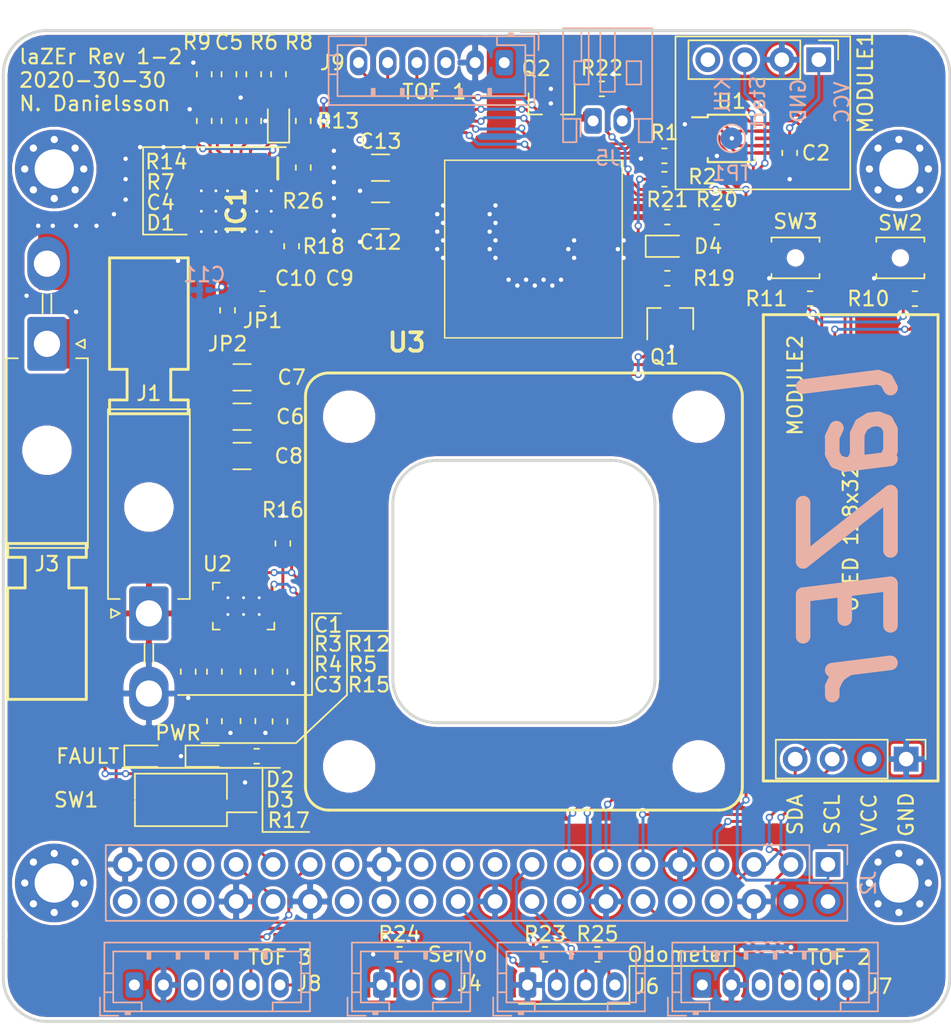
<source format=kicad_pcb>
(kicad_pcb (version 20171130) (host pcbnew "(5.1.5)-3")
  (layers (0 F.Cu signal) (31 B.Cu signal) (34 B.Paste user) (35 F.Paste user) (36 B.SilkS user) (37 F.SilkS user) (38 B.Mask user) (39 F.Mask user) (44 Edge.Cuts user))
  (net 0 "")
  (net 1 GND)
  (net 2 +5V)
  (net 3 +BATT)
  (net 4 "Net-(D1-Pad2)")
  (net 5 "Net-(D1-Pad1)")
  (net 6 "Net-(D2-Pad2)")
  (net 7 VBUS)
  (net 8 "Net-(D3-Pad2)")
  (net 9 /IMON)
  (net 10 /VMON)
  (net 11 "Net-(C3-Pad1)")
  (net 12 "Net-(IC1-Pad16)")
  (net 13 "Net-(IC1-Pad7)")
  (net 14 /M2)
  (net 15 /M1)
  (net 16 "Net-(H3-Pad1)")
  (net 17 "Net-(H4-Pad1)")
  (net 18 /IMON_M)
  (net 19 /VM)
  (net 20 "Net-(D4-Pad2)")
  (net 21 "Net-(D4-Pad1)")
  (net 22 /DIR_M)
  (net 23 /PWM_M)
  (net 24 /SCL)
  (net 25 /SDA)
  (net 26 /SERVO_PWM)
  (net 27 /ME_A)
  (net 28 /ME_B)
  (net 29 /FAN_CTRL)
  (net 30 /FAN-)
  (net 31 "Net-(TP1-Pad1)")
  (net 32 "Net-(C4-Pad2)")
  (net 33 "Net-(C9-Pad2)")
  (net 34 "Net-(C9-Pad1)")
  (net 35 "Net-(C10-Pad1)")
  (net 36 "Net-(D2-Pad1)")
  (net 37 "Net-(H7-Pad1)")
  (net 38 "Net-(H8-Pad1)")
  (net 39 "Net-(R3-Pad2)")
  (net 40 "Net-(R4-Pad2)")
  (net 41 /B1)
  (net 42 /B2)
  (net 43 "Net-(R12-Pad1)")
  (net 44 "Net-(R19-Pad1)")
  (net 45 "Net-(R20-Pad1)")
  (net 46 /~SHDN_TOF_2)
  (net 47 /~SHDN_TOF_3)
  (net 48 /~SHDN_TOF_1)
  (net 49 /Start)
  (net 50 /~PGOOD)
  (net 51 /NSLEEP)
  (net 52 /PGOOD)
  (net 53 +3V3)
  (module Connector_JST:JST_PH_B6B-PH-K_1x06_P2.00mm_Vertical (layer B.Cu) (at 61.4 68.2 180)
    (fp_text reference J9 (at 11.8 0) (layer F.SilkS))
    (fp_text value Conn_01x06_Male)
    (pad 6 thru_hole oval (at 10 0 180) (size 1.2 1.75) (drill 0.75) (layers *.Cu *.Mask) (net 25 /SDA))
    (pad 5 thru_hole oval (at 8 0 180) (size 1.2 1.75) (drill 0.75) (layers *.Cu *.Mask) (net 24 /SCL))
    (pad 4 thru_hole oval (at 6 0 180) (size 1.2 1.75) (drill 0.75) (layers *.Cu *.Mask) (net 48 /~SHDN_TOF_1))
    (pad 3 thru_hole oval (at 4 0 180) (size 1.2 1.75) (drill 0.75) (layers *.Cu *.Mask))
    (pad 2 thru_hole oval (at 2 0 180) (size 1.2 1.75) (drill 0.75) (layers *.Cu *.Mask) (net 1 GND))
    (pad 1 thru_hole roundrect (at 0 0 180) (size 1.2 1.75) (drill 0.75) (layers *.Cu *.Mask) (roundrect_rratio 0.208333) (net 2 +5V))
  )
  (module Resistor_SMD:R_0603_1608Metric (layer F.Cu) (at 47.6 75.4 270)
    (fp_text reference R26 (at 2.3 0 180) (layer F.SilkS))
    (fp_text value R)
    (pad 2 smd roundrect (at 0.7875 0 270) (size 0.875 0.95) (layers F.Cu F.Paste F.Mask) (net 52 /PGOOD))
    (pad 1 smd roundrect (at -0.7875 0 270) (size 0.875 0.95) (layers F.Cu F.Paste F.Mask) (net 51 /NSLEEP))
  )
  (module Resistor_SMD:R_0603_1608Metric (layer F.Cu) (at 82.4 84.4)
    (fp_text reference R11 (at -3 0) (layer F.SilkS))
    (fp_text value R)
    (pad 2 smd roundrect (at 0.7875 0) (size 0.875 0.95) (layers F.Cu F.Paste F.Mask) (net 42 /B2))
    (pad 1 smd roundrect (at -0.7875 0) (size 0.875 0.95) (layers F.Cu F.Paste F.Mask) (net 53 +3V3))
  )
  (module Resistor_SMD:R_0603_1608Metric (layer F.Cu) (at 89.6 84.4)
    (fp_text reference R10 (at -3.2 0) (layer F.SilkS))
    (fp_text value R)
    (pad 2 smd roundrect (at 0.7875 0) (size 0.875 0.95) (layers F.Cu F.Paste F.Mask) (net 41 /B1))
    (pad 1 smd roundrect (at -0.7875 0) (size 0.875 0.95) (layers F.Cu F.Paste F.Mask) (net 53 +3V3))
  )
  (module Resistor_SMD:R_0603_1608Metric (layer F.Cu) (at 72.4 76.2)
    (fp_text reference R1 (at 0 -3.2) (layer F.SilkS))
    (fp_text value R)
    (pad 2 smd roundrect (at 0.7875 0) (size 0.875 0.95) (layers F.Cu F.Paste F.Mask) (net 10 /VMON))
    (pad 1 smd roundrect (at -0.7875 0) (size 0.875 0.95) (layers F.Cu F.Paste F.Mask) (net 7 VBUS))
  )
  (module Button_Switch_SMD:SW_SPST_B3U-1000P-B (layer F.Cu) (at 81.4 81.6)
    (fp_text reference SW3 (at 0 -2.5) (layer F.SilkS))
    (fp_text value SW_Push)
    (pad "" np_thru_hole circle (at 0 0) (size 0.8 0.8) (drill 0.8) (layers *.Cu *.Mask))
    (pad 2 smd rect (at 1.7 0) (size 0.9 1.7) (layers F.Cu F.Paste F.Mask) (net 42 /B2))
    (pad 1 smd rect (at -1.7 0) (size 0.9 1.7) (layers F.Cu F.Paste F.Mask) (net 1 GND))
  )
  (module Button_Switch_SMD:SW_SPST_B3U-1000P-B (layer F.Cu) (at 88.6 81.6)
    (fp_text reference SW2 (at 0 -2.4) (layer F.SilkS))
    (fp_text value SW_Push)
    (pad "" np_thru_hole circle (at 0 0) (size 0.8 0.8) (drill 0.8) (layers *.Cu *.Mask))
    (pad 2 smd rect (at 1.7 0) (size 0.9 1.7) (layers F.Cu F.Paste F.Mask) (net 41 /B1))
    (pad 1 smd rect (at -1.7 0) (size 0.9 1.7) (layers F.Cu F.Paste F.Mask) (net 1 GND))
  )
  (module Connector_PinHeader_2.54mm:PinHeader_1x04_P2.54mm_Vertical (layer F.Cu) (at 83 68 270)
    (fp_text reference MODULE1 (at 1.6 -3.2 90) (layer F.SilkS))
    (fp_text value Startmodule)
    (fp_text user VCC (at 1.4 -1.6 90) (layer B.SilkS) (effects (justify left mirror)))
    (fp_text user GND (at 1.2 1.4 90) (layer B.SilkS) (effects (justify left mirror)))
    (fp_text user Start (at 1 4.2 90) (layer B.SilkS) (effects (justify left mirror)))
    (fp_text user Kill (at 1 6.6 90) (layer B.SilkS) (effects (justify left mirror)))
    (pad 4 thru_hole oval (at 0 7.62 270) (size 1.7 1.7) (drill 1) (layers *.Cu *.Mask))
    (pad 3 thru_hole oval (at 0 5.08 270) (size 1.7 1.7) (drill 1) (layers *.Cu *.Mask) (net 49 /Start))
    (pad 2 thru_hole oval (at 0 2.54 270) (size 1.7 1.7) (drill 1) (layers *.Cu *.Mask) (net 1 GND))
    (pad 1 thru_hole rect (at 0 0 270) (size 1.7 1.7) (drill 1) (layers *.Cu *.Mask) (net 53 +3V3))
  )
  (module Connector_PinHeader_2.54mm:PinHeader_1x04_P2.54mm_Vertical (layer F.Cu) (at 89 116 270)
    (fp_text reference MODULE2 (at -29.21 7.62 270) (layer F.SilkS) (effects (justify right)))
    (fp_text value "OLED 128x32" (at -20.32 3.81 90) (layer F.SilkS) (effects (justify right)))
    (fp_text user GND (at 3.81 0 90) (layer F.SilkS))
    (fp_text user VCC (at 3.81 2.54 90) (layer F.SilkS))
    (fp_text user SCL (at 3.81 5.08 90) (layer F.SilkS))
    (fp_text user SDA (at 3.81 7.62 90) (layer F.SilkS))
    (pad 4 thru_hole oval (at 0 7.62 270) (size 1.7 1.7) (drill 1) (layers *.Cu *.Mask) (net 25 /SDA))
    (pad 3 thru_hole oval (at 0 5.08 270) (size 1.7 1.7) (drill 1) (layers *.Cu *.Mask) (net 24 /SCL))
    (pad 2 thru_hole oval (at 0 2.54 270) (size 1.7 1.7) (drill 1) (layers *.Cu *.Mask) (net 2 +5V))
    (pad 1 thru_hole rect (at 0 0 270) (size 1.7 1.7) (drill 1) (layers *.Cu *.Mask) (net 1 GND))
  )
  (module TestPoint:TestPoint_Pad_D1.5mm (layer B.Cu) (at 77 73.4)
    (fp_text reference TP1 (at 0 2.4) (layer B.SilkS) (effects (justify mirror)))
    (fp_text value TestPoint)
    (pad 1 smd circle (at 0 0) (size 1.5 1.5) (layers B.Cu B.Mask) (net 31 "Net-(TP1-Pad1)"))
  )
  (module Connector_JST:JST_PH_B6B-PH-K_1x06_P2.00mm_Vertical (layer B.Cu) (at 36 131.5)
    (fp_text reference J8 (at 12 -0.1) (layer F.SilkS))
    (fp_text value Conn_01x06_Male)
    (pad 6 thru_hole oval (at 10 0) (size 1.2 1.75) (drill 0.75) (layers *.Cu *.Mask) (net 25 /SDA))
    (pad 5 thru_hole oval (at 8 0) (size 1.2 1.75) (drill 0.75) (layers *.Cu *.Mask) (net 24 /SCL))
    (pad 4 thru_hole oval (at 6 0) (size 1.2 1.75) (drill 0.75) (layers *.Cu *.Mask) (net 47 /~SHDN_TOF_3))
    (pad 3 thru_hole oval (at 4 0) (size 1.2 1.75) (drill 0.75) (layers *.Cu *.Mask))
    (pad 2 thru_hole oval (at 2 0) (size 1.2 1.75) (drill 0.75) (layers *.Cu *.Mask) (net 1 GND))
    (pad 1 thru_hole roundrect (at 0 0) (size 1.2 1.75) (drill 0.75) (layers *.Cu *.Mask) (roundrect_rratio 0.208333) (net 2 +5V))
  )
  (module Connector_JST:JST_PH_B6B-PH-K_1x06_P2.00mm_Vertical (layer B.Cu) (at 75 131.5)
    (fp_text reference J7 (at 12.2 0.1) (layer F.SilkS))
    (fp_text value Conn_01x06_Male)
    (pad 6 thru_hole oval (at 10 0) (size 1.2 1.75) (drill 0.75) (layers *.Cu *.Mask) (net 25 /SDA))
    (pad 5 thru_hole oval (at 8 0) (size 1.2 1.75) (drill 0.75) (layers *.Cu *.Mask) (net 24 /SCL))
    (pad 4 thru_hole oval (at 6 0) (size 1.2 1.75) (drill 0.75) (layers *.Cu *.Mask) (net 46 /~SHDN_TOF_2))
    (pad 3 thru_hole oval (at 4 0) (size 1.2 1.75) (drill 0.75) (layers *.Cu *.Mask))
    (pad 2 thru_hole oval (at 2 0) (size 1.2 1.75) (drill 0.75) (layers *.Cu *.Mask) (net 1 GND))
    (pad 1 thru_hole roundrect (at 0 0) (size 1.2 1.75) (drill 0.75) (layers *.Cu *.Mask) (roundrect_rratio 0.208333) (net 2 +5V))
  )
  (module Resistor_SMD:R_0603_1608Metric (layer F.Cu) (at 54.2125 129.4 180)
    (fp_text reference R24 (at 0.0125 1.4) (layer F.SilkS))
    (fp_text value R)
    (pad 2 smd roundrect (at 0.7875 0 180) (size 0.875 0.95) (layers F.Cu F.Paste F.Mask) (net 1 GND))
    (pad 1 smd roundrect (at -0.7875 0 180) (size 0.875 0.95) (layers F.Cu F.Paste F.Mask) (net 26 /SERVO_PWM))
  )
  (module Resistor_SMD:R_0603_1608Metric (layer F.Cu) (at 68.1 70)
    (fp_text reference R22 (at 0 -1.43) (layer F.SilkS))
    (fp_text value R)
    (pad 2 smd roundrect (at 0.7875 0) (size 0.875 0.95) (layers F.Cu F.Paste F.Mask) (net 1 GND))
    (pad 1 smd roundrect (at -0.7875 0) (size 0.875 0.95) (layers F.Cu F.Paste F.Mask) (net 29 /FAN_CTRL))
  )
  (module Connector_JST:JST_PH_B3B-PH-K_1x03_P2.00mm_Vertical (layer B.Cu) (at 53 131.5)
    (fp_text reference J4 (at 6 -0.1) (layer F.SilkS))
    (fp_text value "Conn Servo")
    (pad 3 thru_hole oval (at 4 0) (size 1.2 1.75) (drill 0.75) (layers *.Cu *.Mask) (net 2 +5V))
    (pad 2 thru_hole oval (at 2 0) (size 1.2 1.75) (drill 0.75) (layers *.Cu *.Mask) (net 26 /SERVO_PWM))
    (pad 1 thru_hole roundrect (at 0 0) (size 1.2 1.75) (drill 0.75) (layers *.Cu *.Mask) (roundrect_rratio 0.208333) (net 1 GND))
  )
  (module Connector_JST:JST_PH_B4B-PH-K_1x04_P2.00mm_Vertical (layer B.Cu) (at 63 131.5)
    (fp_text reference J6 (at 8.2 0.1) (layer F.SilkS))
    (fp_text value "Conn Hall Effect")
    (pad 4 thru_hole oval (at 6 0) (size 1.2 1.75) (drill 0.75) (layers *.Cu *.Mask) (net 53 +3V3))
    (pad 3 thru_hole oval (at 4 0) (size 1.2 1.75) (drill 0.75) (layers *.Cu *.Mask) (net 27 /ME_A))
    (pad 2 thru_hole oval (at 2 0) (size 1.2 1.75) (drill 0.75) (layers *.Cu *.Mask) (net 28 /ME_B))
    (pad 1 thru_hole roundrect (at 0 0) (size 1.2 1.75) (drill 0.75) (layers *.Cu *.Mask) (roundrect_rratio 0.208333) (net 1 GND))
  )
  (module Resistor_SMD:R_0603_1608Metric (layer F.Cu) (at 67.8 129.4 180)
    (fp_text reference R25 (at 0 1.4) (layer F.SilkS))
    (fp_text value R)
    (pad 2 smd roundrect (at 0.7875 0 180) (size 0.875 0.95) (layers F.Cu F.Paste F.Mask) (net 27 /ME_A))
    (pad 1 smd roundrect (at -0.7875 0 180) (size 0.875 0.95) (layers F.Cu F.Paste F.Mask) (net 53 +3V3))
  )
  (module Resistor_SMD:R_0603_1608Metric (layer F.Cu) (at 64.2 129.4)
    (fp_text reference R23 (at 0 -1.4) (layer F.SilkS))
    (fp_text value R)
    (pad 2 smd roundrect (at 0.7875 0) (size 0.875 0.95) (layers F.Cu F.Paste F.Mask) (net 28 /ME_B))
    (pad 1 smd roundrect (at -0.7875 0) (size 0.875 0.95) (layers F.Cu F.Paste F.Mask) (net 53 +3V3))
  )
  (module Capacitor_SMD:C_1206_3216Metric (layer F.Cu) (at 52.9 75.41 180)
    (fp_text reference C13 (at 0 1.81) (layer F.SilkS))
    (fp_text value C)
    (pad 2 smd roundrect (at 1.4 0 180) (size 1.25 1.75) (layers F.Cu F.Paste F.Mask) (roundrect_rratio 0.2) (net 1 GND))
    (pad 1 smd roundrect (at -1.4 0 180) (size 1.25 1.75) (layers F.Cu F.Paste F.Mask) (roundrect_rratio 0.2) (net 2 +5V))
  )
  (module Capacitor_SMD:C_1206_3216Metric (layer F.Cu) (at 52.9 78.7 180)
    (fp_text reference C12 (at 0 -1.82) (layer F.SilkS))
    (fp_text value C)
    (pad 2 smd roundrect (at 1.4 0 180) (size 1.25 1.75) (layers F.Cu F.Paste F.Mask) (roundrect_rratio 0.2) (net 1 GND))
    (pad 1 smd roundrect (at -1.4 0 180) (size 1.25 1.75) (layers F.Cu F.Paste F.Mask) (roundrect_rratio 0.2) (net 2 +5V))
  )
  (module Capacitor_SMD:C_1206_3216Metric (layer F.Cu) (at 43.4 89.8)
    (fp_text reference C7 (at 3.4 0) (layer F.SilkS))
    (fp_text value C)
    (pad 2 smd roundrect (at 1.4 0) (size 1.25 1.75) (layers F.Cu F.Paste F.Mask) (roundrect_rratio 0.2) (net 1 GND))
    (pad 1 smd roundrect (at -1.4 0) (size 1.25 1.75) (layers F.Cu F.Paste F.Mask) (roundrect_rratio 0.2) (net 7 VBUS))
  )
  (module Capacitor_SMD:C_1206_3216Metric (layer F.Cu) (at 43.4 95.2)
    (fp_text reference C8 (at 3.2 0) (layer F.SilkS))
    (fp_text value C)
    (pad 2 smd roundrect (at 1.4 0) (size 1.25 1.75) (layers F.Cu F.Paste F.Mask) (roundrect_rratio 0.2) (net 1 GND))
    (pad 1 smd roundrect (at -1.4 0) (size 1.25 1.75) (layers F.Cu F.Paste F.Mask) (roundrect_rratio 0.2) (net 7 VBUS))
  )
  (module Capacitor_SMD:C_0603_1608Metric (layer F.Cu) (at 39.7 110 270)
    (fp_text reference C1 (at -3.2 -9.6 180) (layer F.SilkS))
    (fp_text value C)
    (pad 2 smd roundrect (at 0.7875 0 270) (size 0.875 0.95) (layers F.Cu F.Paste F.Mask) (net 1 GND))
    (pad 1 smd roundrect (at -0.7875 0 270) (size 0.875 0.95) (layers F.Cu F.Paste F.Mask) (net 3 +BATT))
  )
  (module Capacitor_SMD:C_1206_3216Metric (layer F.Cu) (at 43.4 92.5)
    (fp_text reference C6 (at 3.3 0) (layer F.SilkS))
    (fp_text value C)
    (pad 2 smd roundrect (at 1.4 0) (size 1.25 1.75) (layers F.Cu F.Paste F.Mask) (roundrect_rratio 0.2) (net 1 GND))
    (pad 1 smd roundrect (at -1.4 0) (size 1.25 1.75) (layers F.Cu F.Paste F.Mask) (roundrect_rratio 0.2) (net 7 VBUS))
  )
  (module Resistor_SMD:R_0603_1608Metric (layer F.Cu) (at 42.5 72.2 90)
    (fp_text reference R7 (at -4.2 -4.7 180) (layer F.SilkS))
    (fp_text value R)
    (pad 2 smd roundrect (at 0.7875 0 90) (size 0.875 0.95) (layers F.Cu F.Paste F.Mask) (net 1 GND))
    (pad 1 smd roundrect (at -0.7875 0 90) (size 0.875 0.95) (layers F.Cu F.Paste F.Mask) (net 32 "Net-(C4-Pad2)"))
  )
  (module Resistor_SMD:R_0603_1608Metric (layer F.Cu) (at 44.2 69 270)
    (fp_text reference R6 (at -2.2 -0.7 180) (layer F.SilkS))
    (fp_text value R)
    (pad 2 smd roundrect (at 0.7875 0 270) (size 0.875 0.95) (layers F.Cu F.Paste F.Mask) (net 32 "Net-(C4-Pad2)"))
    (pad 1 smd roundrect (at -0.7875 0 270) (size 0.875 0.95) (layers F.Cu F.Paste F.Mask) (net 2 +5V))
  )
  (module Capacitor_SMD:C_0603_1608Metric (layer F.Cu) (at 44.2 72.2 90)
    (fp_text reference C4 (at -5.6 -6.4 180) (layer F.SilkS))
    (fp_text value C)
    (pad 2 smd roundrect (at 0.7875 0 90) (size 0.875 0.95) (layers F.Cu F.Paste F.Mask) (net 32 "Net-(C4-Pad2)"))
    (pad 1 smd roundrect (at -0.7875 0 90) (size 0.875 0.95) (layers F.Cu F.Paste F.Mask) (net 1 GND))
  )
  (module Capacitor_SMD:C_0402_1005Metric (layer F.Cu) (at 42.5 83 180)
    (fp_text reference C10 (at -4.6 0) (layer F.SilkS))
    (fp_text value "100nF X7R  > 16 V")
    (pad 2 smd roundrect (at 0.485 0 180) (size 0.59 0.64) (layers F.Cu F.Paste F.Mask) (net 19 /VM))
    (pad 1 smd roundrect (at -0.485 0 180) (size 0.59 0.64) (layers F.Cu F.Paste F.Mask) (net 35 "Net-(C10-Pad1)"))
  )
  (module Capacitor_SMD:C_0402_1005Metric (layer F.Cu) (at 44.5 83 180)
    (fp_text reference C9 (at -5.6 0) (layer F.SilkS))
    (fp_text value "22nF X7R  > 16 V")
    (pad 2 smd roundrect (at 0.485 0 180) (size 0.59 0.64) (layers F.Cu F.Paste F.Mask) (net 33 "Net-(C9-Pad2)"))
    (pad 1 smd roundrect (at -0.485 0 180) (size 0.59 0.64) (layers F.Cu F.Paste F.Mask) (net 34 "Net-(C9-Pad1)"))
  )
  (module Capacitor_SMD:C_0603_1608Metric (layer F.Cu) (at 46 110 270)
    (fp_text reference C3 (at 0.9 -3.3 180) (layer F.SilkS))
    (fp_text value C)
    (pad 2 smd roundrect (at 0.7875 0 270) (size 0.875 0.95) (layers F.Cu F.Paste F.Mask) (net 1 GND))
    (pad 1 smd roundrect (at -0.7875 0 270) (size 0.875 0.95) (layers F.Cu F.Paste F.Mask) (net 11 "Net-(C3-Pad1)"))
  )
  (module Resistor_SMD:R_0603_1608Metric (layer F.Cu) (at 46.8 80.8 90)
    (fp_text reference R18 (at 0 2.2 180) (layer F.SilkS))
    (fp_text value R)
    (pad 2 smd roundrect (at 0.7875 0 90) (size 0.875 0.95) (layers F.Cu F.Paste F.Mask) (net 1 GND))
    (pad 1 smd roundrect (at -0.7875 0 90) (size 0.875 0.95) (layers F.Cu F.Paste F.Mask) (net 12 "Net-(IC1-Pad16)"))
  )
  (module Resistor_SMD:R_0603_1608Metric (layer F.Cu) (at 40.8 72.2 270)
    (fp_text reference R14 (at 2.8 2.6 180) (layer F.SilkS))
    (fp_text value R)
    (pad 2 smd roundrect (at 0.7875 0 270) (size 0.875 0.95) (layers F.Cu F.Paste F.Mask) (net 13 "Net-(IC1-Pad7)"))
    (pad 1 smd roundrect (at -0.7875 0 270) (size 0.875 0.95) (layers F.Cu F.Paste F.Mask) (net 1 GND))
  )
  (module Resistor_SMD:R_0603_1608Metric (layer F.Cu) (at 47.6 72.2 90)
    (fp_text reference R13 (at 0 2.4 180) (layer F.SilkS))
    (fp_text value R)
    (pad 2 smd roundrect (at 0.7875 0 90) (size 0.875 0.95) (layers F.Cu F.Paste F.Mask) (net 2 +5V))
    (pad 1 smd roundrect (at -0.7875 0 90) (size 0.875 0.95) (layers F.Cu F.Paste F.Mask) (net 51 /NSLEEP))
  )
  (module Resistor_SMD:R_0603_1608Metric (layer F.Cu) (at 40.8 69 270)
    (fp_text reference R9 (at -2.2 0.5 180) (layer F.SilkS))
    (fp_text value R)
    (pad 2 smd roundrect (at 0.7875 0 270) (size 0.875 0.95) (layers F.Cu F.Paste F.Mask) (net 18 /IMON_M))
    (pad 1 smd roundrect (at -0.7875 0 270) (size 0.875 0.95) (layers F.Cu F.Paste F.Mask) (net 1 GND))
  )
  (module Resistor_SMD:R_0603_1608Metric (layer F.Cu) (at 45.9 69 270)
    (fp_text reference R8 (at -2.2 -1.4 180) (layer F.SilkS))
    (fp_text value R)
    (pad 2 smd roundrect (at 0.7875 0 270) (size 0.875 0.95) (layers F.Cu F.Paste F.Mask) (net 4 "Net-(D1-Pad2)"))
    (pad 1 smd roundrect (at -0.7875 0 270) (size 0.875 0.95) (layers F.Cu F.Paste F.Mask) (net 2 +5V))
  )
  (module Resistor_SMD:R_0603_1608Metric (layer F.Cu) (at 42.4 85.2 270)
    (fp_text reference JP2 (at 2.3 0 180) (layer F.SilkS))
    (fp_text value Jumper)
    (pad 2 smd roundrect (at 0.7875 0 270) (size 0.875 0.95) (layers F.Cu F.Paste F.Mask) (net 7 VBUS))
    (pad 1 smd roundrect (at -0.7875 0 270) (size 0.875 0.95) (layers F.Cu F.Paste F.Mask) (net 19 /VM))
  )
  (module Resistor_SMD:R_0603_1608Metric (layer F.Cu) (at 44.8 84.4 180)
    (fp_text reference JP1 (at 0 -1.5) (layer F.SilkS))
    (fp_text value Jumper)
    (pad 2 smd roundrect (at 0.7875 0 180) (size 0.875 0.95) (layers F.Cu F.Paste F.Mask) (net 19 /VM))
    (pad 1 smd roundrect (at -0.7875 0 180) (size 0.875 0.95) (layers F.Cu F.Paste F.Mask) (net 2 +5V))
  )
  (module Connector_JST:JST_PH_S2B-PH-K_1x02_P2.00mm_Horizontal (layer B.Cu) (at 67.5 72.2)
    (fp_text reference J5 (at 1 2.55) (layer B.SilkS) (effects (justify mirror)))
    (fp_text value "Conn Fan")
    (pad 2 thru_hole oval (at 2 0) (size 1.2 1.75) (drill 0.75) (layers *.Cu *.Mask) (net 2 +5V))
    (pad 1 thru_hole roundrect (at 0 0) (size 1.2 1.75) (drill 0.75) (layers *.Cu *.Mask) (roundrect_rratio 0.208333) (net 30 /FAN-))
  )
  (module LED_SMD:LED_0603_1608Metric (layer F.Cu) (at 45.9 72.2 90)
    (fp_text reference D1 (at -7 -8.1 180) (layer F.SilkS))
    (fp_text value "LED RED")
    (pad 2 smd roundrect (at 0.7875 0 90) (size 0.875 0.95) (layers F.Cu F.Paste F.Mask) (net 4 "Net-(D1-Pad2)"))
    (pad 1 smd roundrect (at -0.7875 0 90) (size 0.875 0.95) (layers F.Cu F.Paste F.Mask) (net 5 "Net-(D1-Pad1)"))
  )
  (module Capacitor_SMD:C_0201_0603Metric (layer B.Cu) (at 40.8 83.8 180)
    (fp_text reference C11 (at 0 1.05) (layer B.SilkS) (effects (justify mirror)))
    (fp_text value "100nF X7R  > 16 V")
    (pad 2 smd roundrect (at 0.32 0 180) (size 0.46 0.4) (layers B.Cu B.Mask) (net 1 GND))
    (pad 1 smd roundrect (at -0.32 0 180) (size 0.46 0.4) (layers B.Cu B.Mask) (net 19 /VM))
  )
  (module Capacitor_SMD:C_0603_1608Metric (layer F.Cu) (at 42.5 69 270)
    (fp_text reference C5 (at -2.2 0 180) (layer F.SilkS))
    (fp_text value C)
    (pad 2 smd roundrect (at 0.7875 0 270) (size 0.875 0.95) (layers F.Cu F.Paste F.Mask) (net 18 /IMON_M))
    (pad 1 smd roundrect (at -0.7875 0 270) (size 0.875 0.95) (layers F.Cu F.Paste F.Mask) (net 1 GND))
  )
  (module MountingHole:MountingHole_3.2mm_M3_ISO7380 (layer F.Cu) (at 74.75 116.5)
    (fp_text reference H6 hide)
    (fp_text value MountingHole)
    (pad 1 np_thru_hole circle (at 0 0) (size 3.2 3.2) (drill 3.2) (layers *.Cu *.Mask))
  )
  (module MountingHole:MountingHole_3.2mm_M3_ISO7380 (layer F.Cu) (at 74.75 92.500001)
    (fp_text reference H5 hide)
    (fp_text value MountingHole)
    (pad 1 np_thru_hole circle (at 0 0) (size 3.2 3.2) (drill 3.2) (layers *.Cu *.Mask))
  )
  (module MountingHole:MountingHole_3.2mm_M3_ISO7380 (layer F.Cu) (at 50.75 116.5)
    (fp_text reference H2 hide)
    (fp_text value MountingHole)
    (pad 1 np_thru_hole circle (at 0 0) (size 3.2 3.2) (drill 3.2) (layers *.Cu *.Mask))
  )
  (module MountingHole:MountingHole_3.2mm_M3_ISO7380 (layer F.Cu) (at 50.75 92.500001)
    (fp_text reference H1 hide)
    (fp_text value MountingHole)
    (pad 1 np_thru_hole circle (at 0 0) (size 3.2 3.2) (drill 3.2) (layers *.Cu *.Mask))
  )
  (module MountingHole:MountingHole_2.7mm_M2.5_Pad_Via (layer F.Cu) (at 30.500001 124.5)
    (fp_text reference H8 hide)
    (fp_text value MountingHole_Pad)
    (pad 1 thru_hole circle (at 1.431891 -1.431891) (size 0.8 0.8) (drill 0.5) (layers *.Cu *.Mask) (net 38 "Net-(H8-Pad1)"))
    (pad 1 thru_hole circle (at 0 -2.025) (size 0.8 0.8) (drill 0.5) (layers *.Cu *.Mask) (net 38 "Net-(H8-Pad1)"))
    (pad 1 thru_hole circle (at -1.431891 -1.431891) (size 0.8 0.8) (drill 0.5) (layers *.Cu *.Mask) (net 38 "Net-(H8-Pad1)"))
    (pad 1 thru_hole circle (at -2.025 0) (size 0.8 0.8) (drill 0.5) (layers *.Cu *.Mask) (net 38 "Net-(H8-Pad1)"))
    (pad 1 thru_hole circle (at -1.431891 1.431891) (size 0.8 0.8) (drill 0.5) (layers *.Cu *.Mask) (net 38 "Net-(H8-Pad1)"))
    (pad 1 thru_hole circle (at 0 2.025) (size 0.8 0.8) (drill 0.5) (layers *.Cu *.Mask) (net 38 "Net-(H8-Pad1)"))
    (pad 1 thru_hole circle (at 1.431891 1.431891) (size 0.8 0.8) (drill 0.5) (layers *.Cu *.Mask) (net 38 "Net-(H8-Pad1)"))
    (pad 1 thru_hole circle (at 2.025 0) (size 0.8 0.8) (drill 0.5) (layers *.Cu *.Mask) (net 38 "Net-(H8-Pad1)"))
    (pad 1 thru_hole circle (at 0 0) (size 5.4 5.4) (drill 2.7) (layers *.Cu *.Mask) (net 38 "Net-(H8-Pad1)"))
  )
  (module MountingHole:MountingHole_2.7mm_M2.5_Pad_Via (layer F.Cu) (at 88.5 75.500001)
    (fp_text reference H7 hide)
    (fp_text value MountingHole_Pad)
    (pad 1 thru_hole circle (at 1.431891 -1.431891) (size 0.8 0.8) (drill 0.5) (layers *.Cu *.Mask) (net 37 "Net-(H7-Pad1)"))
    (pad 1 thru_hole circle (at 0 -2.025) (size 0.8 0.8) (drill 0.5) (layers *.Cu *.Mask) (net 37 "Net-(H7-Pad1)"))
    (pad 1 thru_hole circle (at -1.431891 -1.431891) (size 0.8 0.8) (drill 0.5) (layers *.Cu *.Mask) (net 37 "Net-(H7-Pad1)"))
    (pad 1 thru_hole circle (at -2.025 0) (size 0.8 0.8) (drill 0.5) (layers *.Cu *.Mask) (net 37 "Net-(H7-Pad1)"))
    (pad 1 thru_hole circle (at -1.431891 1.431891) (size 0.8 0.8) (drill 0.5) (layers *.Cu *.Mask) (net 37 "Net-(H7-Pad1)"))
    (pad 1 thru_hole circle (at 0 2.025) (size 0.8 0.8) (drill 0.5) (layers *.Cu *.Mask) (net 37 "Net-(H7-Pad1)"))
    (pad 1 thru_hole circle (at 1.431891 1.431891) (size 0.8 0.8) (drill 0.5) (layers *.Cu *.Mask) (net 37 "Net-(H7-Pad1)"))
    (pad 1 thru_hole circle (at 2.025 0) (size 0.8 0.8) (drill 0.5) (layers *.Cu *.Mask) (net 37 "Net-(H7-Pad1)"))
    (pad 1 thru_hole circle (at 0 0) (size 5.4 5.4) (drill 2.7) (layers *.Cu *.Mask) (net 37 "Net-(H7-Pad1)"))
  )
  (module MountingHole:MountingHole_2.7mm_M2.5_Pad_Via (layer F.Cu) (at 88.5 124.5)
    (fp_text reference H4 hide)
    (fp_text value MountingHole_Pad)
    (pad 1 thru_hole circle (at 1.431891 -1.431891) (size 0.8 0.8) (drill 0.5) (layers *.Cu *.Mask) (net 17 "Net-(H4-Pad1)"))
    (pad 1 thru_hole circle (at 0 -2.025) (size 0.8 0.8) (drill 0.5) (layers *.Cu *.Mask) (net 17 "Net-(H4-Pad1)"))
    (pad 1 thru_hole circle (at -1.431891 -1.431891) (size 0.8 0.8) (drill 0.5) (layers *.Cu *.Mask) (net 17 "Net-(H4-Pad1)"))
    (pad 1 thru_hole circle (at -2.025 0) (size 0.8 0.8) (drill 0.5) (layers *.Cu *.Mask) (net 17 "Net-(H4-Pad1)"))
    (pad 1 thru_hole circle (at -1.431891 1.431891) (size 0.8 0.8) (drill 0.5) (layers *.Cu *.Mask) (net 17 "Net-(H4-Pad1)"))
    (pad 1 thru_hole circle (at 0 2.025) (size 0.8 0.8) (drill 0.5) (layers *.Cu *.Mask) (net 17 "Net-(H4-Pad1)"))
    (pad 1 thru_hole circle (at 1.431891 1.431891) (size 0.8 0.8) (drill 0.5) (layers *.Cu *.Mask) (net 17 "Net-(H4-Pad1)"))
    (pad 1 thru_hole circle (at 2.025 0) (size 0.8 0.8) (drill 0.5) (layers *.Cu *.Mask) (net 17 "Net-(H4-Pad1)"))
    (pad 1 thru_hole circle (at 0 0) (size 5.4 5.4) (drill 2.7) (layers *.Cu *.Mask) (net 17 "Net-(H4-Pad1)"))
  )
  (module MountingHole:MountingHole_2.7mm_M2.5_Pad_Via (layer F.Cu) (at 30.500001 75.500001)
    (fp_text reference H3 hide)
    (fp_text value MountingHole_Pad)
    (pad 1 thru_hole circle (at 1.431891 -1.431891) (size 0.8 0.8) (drill 0.5) (layers *.Cu *.Mask) (net 16 "Net-(H3-Pad1)"))
    (pad 1 thru_hole circle (at 0 -2.025) (size 0.8 0.8) (drill 0.5) (layers *.Cu *.Mask) (net 16 "Net-(H3-Pad1)"))
    (pad 1 thru_hole circle (at -1.431891 -1.431891) (size 0.8 0.8) (drill 0.5) (layers *.Cu *.Mask) (net 16 "Net-(H3-Pad1)"))
    (pad 1 thru_hole circle (at -2.025 0) (size 0.8 0.8) (drill 0.5) (layers *.Cu *.Mask) (net 16 "Net-(H3-Pad1)"))
    (pad 1 thru_hole circle (at -1.431891 1.431891) (size 0.8 0.8) (drill 0.5) (layers *.Cu *.Mask) (net 16 "Net-(H3-Pad1)"))
    (pad 1 thru_hole circle (at 0 2.025) (size 0.8 0.8) (drill 0.5) (layers *.Cu *.Mask) (net 16 "Net-(H3-Pad1)"))
    (pad 1 thru_hole circle (at 1.431891 1.431891) (size 0.8 0.8) (drill 0.5) (layers *.Cu *.Mask) (net 16 "Net-(H3-Pad1)"))
    (pad 1 thru_hole circle (at 2.025 0) (size 0.8 0.8) (drill 0.5) (layers *.Cu *.Mask) (net 16 "Net-(H3-Pad1)"))
    (pad 1 thru_hole circle (at 0 0) (size 5.4 5.4) (drill 2.7) (layers *.Cu *.Mask) (net 16 "Net-(H3-Pad1)"))
  )
  (module Connector_Molex:Molex_Mini-Fit_Jr_5569-02A2_2x01_P4.20mm_Horizontal (layer F.Cu) (at 30 87.5 180)
    (fp_text reference J3 (at 0 -15.1) (layer F.SilkS))
    (fp_text value Conn_01x02_Male)
    (pad "" np_thru_hole circle (at 0 -7.3 180) (size 3 3) (drill 3) (layers *.Cu *.Mask))
    (pad 2 thru_hole oval (at 0 5.5 180) (size 2.7 3.7) (drill 1.8) (layers *.Cu *.Mask) (net 15 /M1))
    (pad 1 thru_hole roundrect (at 0 0 180) (size 2.7 3.7) (drill 1.8) (layers *.Cu *.Mask) (roundrect_rratio 0.09259299999999999) (net 14 /M2))
  )
  (module Connector_Molex:Molex_Mini-Fit_Jr_5569-02A2_2x01_P4.20mm_Horizontal (layer F.Cu) (at 37.000001 106)
    (fp_text reference J1 (at 0 -15.1) (layer F.SilkS))
    (fp_text value Conn_01x02_Male)
    (pad "" np_thru_hole circle (at 0 -7.3) (size 3 3) (drill 3) (layers *.Cu *.Mask))
    (pad 2 thru_hole oval (at 0 5.5) (size 2.7 3.7) (drill 1.8) (layers *.Cu *.Mask) (net 1 GND))
    (pad 1 thru_hole roundrect (at 0 0) (size 2.7 3.7) (drill 1.8) (layers *.Cu *.Mask) (roundrect_rratio 0.09259299999999999) (net 3 +BATT))
  )
  (module DCDC:OKL2T6W12PC (layer F.Cu) (at 63.4 81 90)
    (fp_text reference U3 (at -6.4 -8.7 180) (layer F.SilkS) (effects (font (size 1.27 1.27) (thickness 0.254))))
    (fp_text value OKL-T_6-W12N-C hide)
    (pad 12 smd rect (at 2.29 4.58 180) (size 1.27 1.27) (layers F.Cu F.Paste F.Mask))
    (pad 11 smd rect (at 4.58 2.29 180) (size 1.27 1.27) (layers F.Cu F.Paste F.Mask))
    (pad 10 smd rect (at -4.57 2.29 180) (size 1.27 1.27) (layers F.Cu F.Paste F.Mask) (net 21 "Net-(D4-Pad1)"))
    (pad 9 smd rect (at -4.57 4.58 180) (size 1.27 1.27) (layers F.Cu F.Paste F.Mask))
    (pad 8 smd rect (at -2.28 4.58 180) (size 1.27 1.27) (layers F.Cu F.Paste F.Mask))
    (pad 7 smd rect (at 0.01 4.58 180) (size 1.27 1.27) (layers F.Cu F.Paste F.Mask) (net 1 GND))
    (pad 6 smd rect (at 4.58 4.58 180) (size 1.27 1.27) (layers F.Cu F.Paste F.Mask) (net 45 "Net-(R20-Pad1)"))
    (pad 5 smd rect (at 4.58 0 180) (size 1.27 1.27) (layers F.Cu F.Paste F.Mask) (net 2 +5V))
    (pad 4 smd rect (at 4.58 -3.43 90) (size 2.03 4.32) (layers F.Cu F.Paste F.Mask) (net 2 +5V))
    (pad 3 smd rect (at 1.15 -4.57 180) (size 2.03 4.32) (layers F.Cu F.Paste F.Mask) (net 1 GND))
    (pad 2 smd rect (at -3.43 -4.57 180) (size 2.03 4.32) (layers F.Cu F.Paste F.Mask) (net 7 VBUS))
    (pad 1 smd rect (at -4.57 0 180) (size 1.27 1.27) (layers F.Cu F.Paste F.Mask) (net 44 "Net-(R19-Pad1)"))
  )
  (module DCDC:SOP65P640X120-17N (layer F.Cu) (at 43 78.4 270)
    (fp_text reference IC1 (at 0 0 90) (layer F.SilkS) (effects (font (size 1.27 1.27) (thickness 0.254))))
    (fp_text value DRV8874PWPR hide)
    (pad 17 smd rect (at 0 0 270) (size 2.46 3.55) (layers F.Cu F.Paste F.Mask) (net 1 GND))
    (pad 16 smd rect (at 2.938 -2.275) (size 0.45 1.475) (layers F.Cu F.Paste F.Mask) (net 12 "Net-(IC1-Pad16)"))
    (pad 15 smd rect (at 2.938 -1.625) (size 0.45 1.475) (layers F.Cu F.Paste F.Mask) (net 1 GND))
    (pad 14 smd rect (at 2.938 -0.975) (size 0.45 1.475) (layers F.Cu F.Paste F.Mask) (net 34 "Net-(C9-Pad1)"))
    (pad 13 smd rect (at 2.938 -0.325) (size 0.45 1.475) (layers F.Cu F.Paste F.Mask) (net 33 "Net-(C9-Pad2)"))
    (pad 12 smd rect (at 2.938 0.325) (size 0.45 1.475) (layers F.Cu F.Paste F.Mask) (net 35 "Net-(C10-Pad1)"))
    (pad 11 smd rect (at 2.938 0.975) (size 0.45 1.475) (layers F.Cu F.Paste F.Mask) (net 19 /VM))
    (pad 10 smd rect (at 2.938 1.625) (size 0.45 1.475) (layers F.Cu F.Paste F.Mask) (net 14 /M2))
    (pad 9 smd rect (at 2.938 2.275) (size 0.45 1.475) (layers F.Cu F.Paste F.Mask) (net 1 GND))
    (pad 8 smd rect (at -2.938 2.275) (size 0.45 1.475) (layers F.Cu F.Paste F.Mask) (net 15 /M1))
    (pad 7 smd rect (at -2.938 1.625) (size 0.45 1.475) (layers F.Cu F.Paste F.Mask) (net 13 "Net-(IC1-Pad7)"))
    (pad 6 smd rect (at -2.938 0.975) (size 0.45 1.475) (layers F.Cu F.Paste F.Mask) (net 18 /IMON_M))
    (pad 5 smd rect (at -2.938 0.325) (size 0.45 1.475) (layers F.Cu F.Paste F.Mask) (net 32 "Net-(C4-Pad2)"))
    (pad 4 smd rect (at -2.938 -0.325) (size 0.45 1.475) (layers F.Cu F.Paste F.Mask) (net 5 "Net-(D1-Pad1)"))
    (pad 3 smd rect (at -2.938 -0.975) (size 0.45 1.475) (layers F.Cu F.Paste F.Mask) (net 51 /NSLEEP))
    (pad 2 smd rect (at -2.938 -1.625) (size 0.45 1.475) (layers F.Cu F.Paste F.Mask) (net 22 /DIR_M))
    (pad 1 smd rect (at -2.938 -2.275) (size 0.45 1.475) (layers F.Cu F.Paste F.Mask) (net 23 /PWM_M))
  )
  (module Capacitor_SMD:C_0603_1608Metric (layer F.Cu) (at 81 74.4 270)
    (fp_text reference C2 (at 0 -1.8 180) (layer F.SilkS))
    (fp_text value C)
    (pad 2 smd roundrect (at 0.7875 0 270) (size 0.875 0.95) (layers F.Cu F.Paste F.Mask) (net 1 GND))
    (pad 1 smd roundrect (at -0.7875 0 270) (size 0.875 0.95) (layers F.Cu F.Paste F.Mask) (net 53 +3V3))
  )
  (module Connector_PinSocket_2.54mm:PinSocket_2x20_P2.54mm_Vertical (layer B.Cu) (at 83.63 123.23 90)
    (fp_text reference J2 (at -1.27 2.77 90) (layer B.SilkS) (effects (justify mirror)))
    (fp_text value Raspberry_Pi)
    (pad 40 thru_hole oval (at -2.54 -48.26 90) (size 1.7 1.7) (drill 1) (layers *.Cu *.Mask))
    (pad 39 thru_hole oval (at 0 -48.26 90) (size 1.7 1.7) (drill 1) (layers *.Cu *.Mask) (net 1 GND))
    (pad 38 thru_hole oval (at -2.54 -45.72 90) (size 1.7 1.7) (drill 1) (layers *.Cu *.Mask))
    (pad 37 thru_hole oval (at 0 -45.72 90) (size 1.7 1.7) (drill 1) (layers *.Cu *.Mask))
    (pad 36 thru_hole oval (at -2.54 -43.18 90) (size 1.7 1.7) (drill 1) (layers *.Cu *.Mask))
    (pad 35 thru_hole oval (at 0 -43.18 90) (size 1.7 1.7) (drill 1) (layers *.Cu *.Mask))
    (pad 34 thru_hole oval (at -2.54 -40.64 90) (size 1.7 1.7) (drill 1) (layers *.Cu *.Mask) (net 1 GND))
    (pad 33 thru_hole oval (at 0 -40.64 90) (size 1.7 1.7) (drill 1) (layers *.Cu *.Mask) (net 26 /SERVO_PWM))
    (pad 32 thru_hole oval (at -2.54 -38.1 90) (size 1.7 1.7) (drill 1) (layers *.Cu *.Mask) (net 23 /PWM_M))
    (pad 31 thru_hole oval (at 0 -38.1 90) (size 1.7 1.7) (drill 1) (layers *.Cu *.Mask) (net 22 /DIR_M))
    (pad 30 thru_hole oval (at -2.54 -35.56 90) (size 1.7 1.7) (drill 1) (layers *.Cu *.Mask) (net 1 GND))
    (pad 29 thru_hole oval (at 0 -35.56 90) (size 1.7 1.7) (drill 1) (layers *.Cu *.Mask) (net 47 /~SHDN_TOF_3))
    (pad 28 thru_hole oval (at -2.54 -33.02 90) (size 1.7 1.7) (drill 1) (layers *.Cu *.Mask))
    (pad 27 thru_hole oval (at 0 -33.02 90) (size 1.7 1.7) (drill 1) (layers *.Cu *.Mask))
    (pad 26 thru_hole oval (at -2.54 -30.48 90) (size 1.7 1.7) (drill 1) (layers *.Cu *.Mask))
    (pad 25 thru_hole oval (at 0 -30.48 90) (size 1.7 1.7) (drill 1) (layers *.Cu *.Mask) (net 1 GND))
    (pad 24 thru_hole oval (at -2.54 -27.94 90) (size 1.7 1.7) (drill 1) (layers *.Cu *.Mask))
    (pad 23 thru_hole oval (at 0 -27.94 90) (size 1.7 1.7) (drill 1) (layers *.Cu *.Mask))
    (pad 22 thru_hole oval (at -2.54 -25.4 90) (size 1.7 1.7) (drill 1) (layers *.Cu *.Mask) (net 28 /ME_B))
    (pad 21 thru_hole oval (at 0 -25.4 90) (size 1.7 1.7) (drill 1) (layers *.Cu *.Mask))
    (pad 20 thru_hole oval (at -2.54 -22.86 90) (size 1.7 1.7) (drill 1) (layers *.Cu *.Mask) (net 1 GND))
    (pad 19 thru_hole oval (at 0 -22.86 90) (size 1.7 1.7) (drill 1) (layers *.Cu *.Mask))
    (pad 18 thru_hole oval (at -2.54 -20.32 90) (size 1.7 1.7) (drill 1) (layers *.Cu *.Mask) (net 27 /ME_A))
    (pad 17 thru_hole oval (at 0 -20.32 90) (size 1.7 1.7) (drill 1) (layers *.Cu *.Mask) (net 53 +3V3))
    (pad 16 thru_hole oval (at -2.54 -17.78 90) (size 1.7 1.7) (drill 1) (layers *.Cu *.Mask) (net 48 /~SHDN_TOF_1))
    (pad 15 thru_hole oval (at 0 -17.78 90) (size 1.7 1.7) (drill 1) (layers *.Cu *.Mask) (net 29 /FAN_CTRL))
    (pad 14 thru_hole oval (at -2.54 -15.24 90) (size 1.7 1.7) (drill 1) (layers *.Cu *.Mask) (net 1 GND))
    (pad 13 thru_hole oval (at 0 -15.24 90) (size 1.7 1.7) (drill 1) (layers *.Cu *.Mask) (net 49 /Start))
    (pad 12 thru_hole oval (at -2.54 -12.7 90) (size 1.7 1.7) (drill 1) (layers *.Cu *.Mask) (net 46 /~SHDN_TOF_2))
    (pad 11 thru_hole oval (at 0 -12.7 90) (size 1.7 1.7) (drill 1) (layers *.Cu *.Mask) (net 42 /B2))
    (pad 10 thru_hole oval (at -2.54 -10.16 90) (size 1.7 1.7) (drill 1) (layers *.Cu *.Mask))
    (pad 9 thru_hole oval (at 0 -10.16 90) (size 1.7 1.7) (drill 1) (layers *.Cu *.Mask) (net 1 GND))
    (pad 8 thru_hole oval (at -2.54 -7.62 90) (size 1.7 1.7) (drill 1) (layers *.Cu *.Mask))
    (pad 7 thru_hole oval (at 0 -7.62 90) (size 1.7 1.7) (drill 1) (layers *.Cu *.Mask) (net 41 /B1))
    (pad 6 thru_hole oval (at -2.54 -5.08 90) (size 1.7 1.7) (drill 1) (layers *.Cu *.Mask) (net 1 GND))
    (pad 5 thru_hole oval (at 0 -5.08 90) (size 1.7 1.7) (drill 1) (layers *.Cu *.Mask) (net 24 /SCL))
    (pad 4 thru_hole oval (at -2.54 -2.54 90) (size 1.7 1.7) (drill 1) (layers *.Cu *.Mask) (net 2 +5V))
    (pad 3 thru_hole oval (at 0 -2.54 90) (size 1.7 1.7) (drill 1) (layers *.Cu *.Mask) (net 25 /SDA))
    (pad 2 thru_hole oval (at -2.54 0 90) (size 1.7 1.7) (drill 1) (layers *.Cu *.Mask) (net 2 +5V))
    (pad 1 thru_hole rect (at 0 0 90) (size 1.7 1.7) (drill 1) (layers *.Cu *.Mask) (net 53 +3V3))
  )
  (module Resistor_SMD:R_0603_1608Metric (layer F.Cu) (at 72.4 74.6 180)
    (fp_text reference R2 (at -2.6 -1.43) (layer F.SilkS))
    (fp_text value R)
    (pad 2 smd roundrect (at 0.7875 0 180) (size 0.875 0.95) (layers F.Cu F.Paste F.Mask) (net 1 GND))
    (pad 1 smd roundrect (at -0.7875 0 180) (size 0.875 0.95) (layers F.Cu F.Paste F.Mask) (net 10 /VMON))
  )
  (module Resistor_SMD:R_0603_1608Metric (layer F.Cu) (at 72.6 78.8)
    (fp_text reference R21 (at 0 -1.2) (layer F.SilkS))
    (fp_text value R)
    (pad 2 smd roundrect (at 0.7875 0) (size 0.875 0.95) (layers F.Cu F.Paste F.Mask) (net 20 "Net-(D4-Pad2)"))
    (pad 1 smd roundrect (at -0.7875 0) (size 0.875 0.95) (layers F.Cu F.Paste F.Mask) (net 2 +5V))
  )
  (module Resistor_SMD:R_0603_1608Metric (layer F.Cu) (at 76 78.8)
    (fp_text reference R20 (at 0 -1.2) (layer F.SilkS))
    (fp_text value 1.3k)
    (pad 2 smd roundrect (at 0.7875 0) (size 0.875 0.95) (layers F.Cu F.Paste F.Mask) (net 1 GND))
    (pad 1 smd roundrect (at -0.7875 0) (size 0.875 0.95) (layers F.Cu F.Paste F.Mask) (net 45 "Net-(R20-Pad1)"))
  )
  (module Resistor_SMD:R_0603_1608Metric (layer F.Cu) (at 46.2 101.2 90)
    (fp_text reference R16 (at 2.3 0 180) (layer F.SilkS))
    (fp_text value R)
    (pad 2 smd roundrect (at 0.7875 0 90) (size 0.875 0.95) (layers F.Cu F.Paste F.Mask) (net 1 GND))
    (pad 1 smd roundrect (at -0.7875 0 90) (size 0.875 0.95) (layers F.Cu F.Paste F.Mask) (net 9 /IMON))
  )
  (module Resistor_SMD:R_0603_1608Metric (layer F.Cu) (at 72.6 83)
    (fp_text reference R19 (at 3.2 0) (layer F.SilkS))
    (fp_text value 0)
    (pad 2 smd roundrect (at 0.7875 0) (size 0.875 0.95) (layers F.Cu F.Paste F.Mask) (net 50 /~PGOOD))
    (pad 1 smd roundrect (at -0.7875 0) (size 0.875 0.95) (layers F.Cu F.Paste F.Mask) (net 44 "Net-(R19-Pad1)"))
  )
  (module Package_TO_SOT_SMD:SOT-23 (layer F.Cu) (at 64.65 71 270)
    (fp_text reference Q2 (at -2.4 1.05 180) (layer F.SilkS))
    (fp_text value DMN10H220L)
    (pad 3 smd rect (at 1 0 270) (size 0.9 0.8) (layers F.Cu F.Paste F.Mask) (net 30 /FAN-))
    (pad 2 smd rect (at -1 0.95 270) (size 0.9 0.8) (layers F.Cu F.Paste F.Mask) (net 1 GND))
    (pad 1 smd rect (at -1 -0.95 270) (size 0.9 0.8) (layers F.Cu F.Paste F.Mask) (net 29 /FAN_CTRL))
  )
  (module Package_TO_SOT_SMD:SOT-23 (layer F.Cu) (at 72.8 85.8 90)
    (fp_text reference Q1 (at -2.6 -0.4 180) (layer F.SilkS))
    (fp_text value BSS138)
    (pad 3 smd rect (at 1 0 90) (size 0.9 0.8) (layers F.Cu F.Paste F.Mask) (net 50 /~PGOOD))
    (pad 2 smd rect (at -1 0.95 90) (size 0.9 0.8) (layers F.Cu F.Paste F.Mask) (net 1 GND))
    (pad 1 smd rect (at -1 -0.95 90) (size 0.9 0.8) (layers F.Cu F.Paste F.Mask) (net 52 /PGOOD))
  )
  (module LED_SMD:LED_0603_1608Metric (layer F.Cu) (at 72.6 80.8)
    (fp_text reference D4 (at 2.8 0) (layer F.SilkS))
    (fp_text value " LED GREEN")
    (pad 2 smd roundrect (at 0.7875 0) (size 0.875 0.95) (layers F.Cu F.Paste F.Mask) (net 20 "Net-(D4-Pad2)"))
    (pad 1 smd roundrect (at -0.7875 0) (size 0.875 0.95) (layers F.Cu F.Paste F.Mask) (net 21 "Net-(D4-Pad1)"))
  )
  (module Package_SO:TSSOP-10_3x3mm_P0.5mm (layer F.Cu) (at 77 73.4)
    (fp_text reference U1 (at 0 -2.55) (layer F.SilkS))
    (fp_text value ADS1115IDGS)
    (pad 10 smd rect (at 2.15 -1) (size 1.1 0.25) (layers F.Cu F.Paste F.Mask) (net 24 /SCL))
    (pad 9 smd rect (at 2.15 -0.5) (size 1.1 0.25) (layers F.Cu F.Paste F.Mask) (net 25 /SDA))
    (pad 8 smd rect (at 2.15 0) (size 1.1 0.25) (layers F.Cu F.Paste F.Mask) (net 53 +3V3))
    (pad 7 smd rect (at 2.15 0.5) (size 1.1 0.25) (layers F.Cu F.Paste F.Mask) (net 31 "Net-(TP1-Pad1)"))
    (pad 6 smd rect (at 2.15 1) (size 1.1 0.25) (layers F.Cu F.Paste F.Mask) (net 18 /IMON_M))
    (pad 5 smd rect (at -2.15 1) (size 1.1 0.25) (layers F.Cu F.Paste F.Mask) (net 9 /IMON))
    (pad 4 smd rect (at -2.15 0.5) (size 1.1 0.25) (layers F.Cu F.Paste F.Mask) (net 10 /VMON))
    (pad 3 smd rect (at -2.15 0) (size 1.1 0.25) (layers F.Cu F.Paste F.Mask) (net 1 GND))
    (pad 2 smd rect (at -2.15 -0.5) (size 1.1 0.25) (layers F.Cu F.Paste F.Mask))
    (pad 1 smd rect (at -2.15 -1) (size 1.1 0.25) (layers F.Cu F.Paste F.Mask) (net 1 GND))
  )
  (module Button_Switch_SMD:SW_DIP_SPSTx01_Slide_Omron_A6S-110x_W8.9mm_P2.54mm (layer F.Cu) (at 39.2 118.8 180)
    (fp_text reference SW1 (at 7.2 0) (layer F.SilkS))
    (fp_text value SPST)
    (pad 2 smd rect (at 4.45 0 180) (size 1.5 1.1) (layers F.Cu F.Paste F.Mask) (net 39 "Net-(R3-Pad2)"))
    (pad 1 smd rect (at -4.45 0 180) (size 1.5 1.1) (layers F.Cu F.Paste F.Mask) (net 1 GND))
  )
  (module Resistor_SMD:R_0603_1608Metric (layer F.Cu) (at 44.4 115.8 180)
    (fp_text reference R17 (at -2.2 -4.4) (layer F.SilkS))
    (fp_text value R)
    (pad 2 smd roundrect (at 0.7875 0 180) (size 0.875 0.95) (layers F.Cu F.Paste F.Mask) (net 8 "Net-(D3-Pad2)"))
    (pad 1 smd roundrect (at -0.7875 0 180) (size 0.875 0.95) (layers F.Cu F.Paste F.Mask) (net 52 /PGOOD))
  )
  (module Resistor_SMD:R_0603_1608Metric (layer F.Cu) (at 41.5 113.4 270)
    (fp_text reference R15 (at -2.5 -10.6 180) (layer F.SilkS))
    (fp_text value R)
    (pad 2 smd roundrect (at 0.7875 0 270) (size 0.875 0.95) (layers F.Cu F.Paste F.Mask) (net 6 "Net-(D2-Pad2)"))
    (pad 1 smd roundrect (at -0.7875 0 270) (size 0.875 0.95) (layers F.Cu F.Paste F.Mask) (net 3 +BATT))
  )
  (module Resistor_SMD:R_0603_1608Metric (layer F.Cu) (at 46 113.4125 270)
    (fp_text reference R12 (at -5.3125 -6.1 180) (layer F.SilkS))
    (fp_text value R)
    (pad 2 smd roundrect (at 0.7875 0 270) (size 0.875 0.95) (layers F.Cu F.Paste F.Mask) (net 1 GND))
    (pad 1 smd roundrect (at -0.7875 0 270) (size 0.875 0.95) (layers F.Cu F.Paste F.Mask) (net 43 "Net-(R12-Pad1)"))
  )
  (module Resistor_SMD:R_0603_1608Metric (layer F.Cu) (at 43.8 113.3875 270)
    (fp_text reference R5 (at -3.8875 -7.9 180) (layer F.SilkS))
    (fp_text value R)
    (pad 2 smd roundrect (at 0.7875 0 270) (size 0.875 0.95) (layers F.Cu F.Paste F.Mask) (net 1 GND))
    (pad 1 smd roundrect (at -0.7875 0 270) (size 0.875 0.95) (layers F.Cu F.Paste F.Mask) (net 40 "Net-(R4-Pad2)"))
  )
  (module Resistor_SMD:R_0603_1608Metric (layer F.Cu) (at 43.8 110 270)
    (fp_text reference R4 (at -0.5 -5.5 180) (layer F.SilkS))
    (fp_text value R)
    (pad 2 smd roundrect (at 0.7875 0 270) (size 0.875 0.95) (layers F.Cu F.Paste F.Mask) (net 40 "Net-(R4-Pad2)"))
    (pad 1 smd roundrect (at -0.7875 0 270) (size 0.875 0.95) (layers F.Cu F.Paste F.Mask) (net 39 "Net-(R3-Pad2)"))
  )
  (module Resistor_SMD:R_0603_1608Metric (layer F.Cu) (at 41.5 110 270)
    (fp_text reference R3 (at -1.9 -7.8 180) (layer F.SilkS))
    (fp_text value R)
    (pad 2 smd roundrect (at 0.7875 0 270) (size 0.875 0.95) (layers F.Cu F.Paste F.Mask) (net 39 "Net-(R3-Pad2)"))
    (pad 1 smd roundrect (at -0.7875 0 270) (size 0.875 0.95) (layers F.Cu F.Paste F.Mask) (net 3 +BATT))
  )
  (module LED_SMD:LED_0603_1608Metric (layer F.Cu) (at 41 115.8)
    (fp_text reference D3 (at 5 3) (layer F.SilkS))
    (fp_text value " LED GREEN")
    (pad 2 smd roundrect (at 0.7875 0) (size 0.875 0.95) (layers F.Cu F.Paste F.Mask) (net 8 "Net-(D3-Pad2)"))
    (pad 1 smd roundrect (at -0.7875 0) (size 0.875 0.95) (layers F.Cu F.Paste F.Mask) (net 1 GND))
  )
  (module LED_SMD:LED_0603_1608Metric (layer F.Cu) (at 36.8 115.8)
    (fp_text reference D2 (at 9.2 1.6) (layer F.SilkS))
    (fp_text value "LED RED")
    (pad 2 smd roundrect (at 0.7875 0) (size 0.875 0.95) (layers F.Cu F.Paste F.Mask) (net 6 "Net-(D2-Pad2)"))
    (pad 1 smd roundrect (at -0.7875 0) (size 0.875 0.95) (layers F.Cu F.Paste F.Mask) (net 36 "Net-(D2-Pad1)"))
  )
  (module Package_DFN_QFN:QFN-20-1EP_3x4mm_P0.5mm_EP1.65x2.65mm_ThermalVias (layer F.Cu) (at 43.5 105.5 270)
    (fp_text reference U2 (at -2.9 1.8 180) (layer F.SilkS))
    (fp_text value TPS25940x-Q1)
    (pad 20 smd roundrect (at -0.75 -1.95 270) (size 0.25 0.85) (layers F.Cu F.Paste F.Mask) (net 36 "Net-(D2-Pad1)"))
    (pad 19 smd roundrect (at -0.25 -1.95 270) (size 0.25 0.85) (layers F.Cu F.Paste F.Mask) (net 9 /IMON))
    (pad 18 smd roundrect (at 0.25 -1.95 270) (size 0.25 0.85) (layers F.Cu F.Paste F.Mask) (net 11 "Net-(C3-Pad1)"))
    (pad 17 smd roundrect (at 0.75 -1.95 270) (size 0.25 0.85) (layers F.Cu F.Paste F.Mask) (net 43 "Net-(R12-Pad1)"))
    (pad 16 smd roundrect (at 1.45 -1.25 270) (size 0.85 0.25) (layers F.Cu F.Paste F.Mask) (net 1 GND))
    (pad 15 smd roundrect (at 1.45 -0.75 270) (size 0.85 0.25) (layers F.Cu F.Paste F.Mask) (net 40 "Net-(R4-Pad2)"))
    (pad 14 smd roundrect (at 1.45 -0.25 270) (size 0.85 0.25) (layers F.Cu F.Paste F.Mask) (net 39 "Net-(R3-Pad2)"))
    (pad 13 smd roundrect (at 1.45 0.25 270) (size 0.85 0.25) (layers F.Cu F.Paste F.Mask) (net 3 +BATT))
    (pad 12 smd roundrect (at 1.45 0.75 270) (size 0.85 0.25) (layers F.Cu F.Paste F.Mask) (net 3 +BATT))
    (pad 11 smd roundrect (at 1.45 1.25 270) (size 0.85 0.25) (layers F.Cu F.Paste F.Mask) (net 3 +BATT))
    (pad 10 smd roundrect (at 0.75 1.95 270) (size 0.25 0.85) (layers F.Cu F.Paste F.Mask) (net 3 +BATT))
    (pad 9 smd roundrect (at 0.25 1.95 270) (size 0.25 0.85) (layers F.Cu F.Paste F.Mask) (net 3 +BATT))
    (pad 8 smd roundrect (at -0.25 1.95 270) (size 0.25 0.85) (layers F.Cu F.Paste F.Mask) (net 7 VBUS))
    (pad 7 smd roundrect (at -0.75 1.95 270) (size 0.25 0.85) (layers F.Cu F.Paste F.Mask) (net 7 VBUS))
    (pad 6 smd roundrect (at -1.45 1.25 270) (size 0.85 0.25) (layers F.Cu F.Paste F.Mask) (net 7 VBUS))
    (pad 5 smd roundrect (at -1.45 0.75 270) (size 0.85 0.25) (layers F.Cu F.Paste F.Mask) (net 7 VBUS))
    (pad 4 smd roundrect (at -1.45 0.25 270) (size 0.85 0.25) (layers F.Cu F.Paste F.Mask) (net 7 VBUS))
    (pad 3 smd roundrect (at -1.45 -0.25 270) (size 0.85 0.25) (layers F.Cu F.Paste F.Mask) (net 7 VBUS))
    (pad 2 smd roundrect (at -1.45 -0.75 270) (size 0.85 0.25) (layers F.Cu F.Paste F.Mask) (net 52 /PGOOD))
    (pad 1 smd roundrect (at -1.45 -1.25 270) (size 0.85 0.25) (layers F.Cu F.Paste F.Mask))
    (pad 21 smd roundrect (at 0 0 270) (size 1.65 2.65) (layers B.Cu) (roundrect_rratio 0.152) (net 1 GND))
    (pad 21 thru_hole circle (at 0.575 1.075 270) (size 0.5 0.5) (drill 0.2) (layers *.Cu) (net 1 GND))
    (pad 21 thru_hole circle (at -0.575 1.075 270) (size 0.5 0.5) (drill 0.2) (layers *.Cu) (net 1 GND))
    (pad 21 thru_hole circle (at 0.575 0 270) (size 0.5 0.5) (drill 0.2) (layers *.Cu) (net 1 GND))
    (pad 21 thru_hole circle (at -0.575 0 270) (size 0.5 0.5) (drill 0.2) (layers *.Cu) (net 1 GND))
    (pad 21 thru_hole circle (at 0.575 -1.075 270) (size 0.5 0.5) (drill 0.2) (layers *.Cu) (net 1 GND))
    (pad 21 thru_hole circle (at -0.575 -1.075 270) (size 0.5 0.5) (drill 0.2) (layers *.Cu) (net 1 GND))
    (pad 21 smd roundrect (at 0 0 270) (size 1.65 2.65) (layers F.Cu F.Mask) (roundrect_rratio 0.151515) (net 1 GND))
  )
  (gr_text laZEr (at 85.2 100 90) (layer B.SilkS) (effects (font (size 6 6) (thickness 1) italic) (justify mirror)))
  (gr_text "laZEr Rev 1-2\n2020-30-30\nN. Danielsson" (at 28 69.4) (layer F.SilkS) (effects (font (size 1 1)) (justify left)))
  (gr_text "TOF 1" (at 56.6 70.2) (layer F.SilkS) (effects (font (size 1 1))))
  (gr_text PWR (at 39 114.2) (layer F.SilkS) (effects (font (size 1 1))))
  (gr_text FAULT (at 32.8 115.8) (layer F.SilkS) (effects (font (size 1 1))))
  (gr_line (start 35.2 116.6) (end 46 116.6) (layer F.SilkS) (width 0.12))
  (gr_line (start 44.8 116.6) (end 35.2 116.6) (layer F.SilkS) (width 0.12))
  (gr_line (start 44.8 121) (end 44.8 116.6) (layer F.SilkS) (width 0.12))
  (gr_line (start 48 121) (end 44.8 121) (layer F.SilkS) (width 0.12))
  (gr_text Servo (at 58.2 129.4) (layer F.SilkS) (effects (font (size 1 1))))
  (gr_text "TOF 3" (at 46 129.6) (layer F.SilkS) (effects (font (size 1 1))))
  (gr_text "TOF 2" (at 84.4 129.6) (layer F.SilkS) (effects (font (size 1 1))))
  (gr_line (start 77.2 130.2) (end 77.2 128.8) (layer F.SilkS) (width 0.12))
  (gr_line (start 70 130.2) (end 77.2 130.2) (layer F.SilkS) (width 0.12))
  (gr_line (start 70 132.8) (end 70 130.2) (layer F.SilkS) (width 0.12))
  (gr_line (start 62.4 132.8) (end 70 132.8) (layer F.SilkS) (width 0.12))
  (gr_text Odometer (at 73.4 129.4) (layer F.SilkS) (effects (font (size 1 1))))
  (gr_line (start 36.6 74) (end 46.4 74) (layer F.SilkS) (width 0.12))
  (gr_line (start 36.6 80) (end 36.6 74) (layer F.SilkS) (width 0.12))
  (gr_line (start 39.6 80) (end 36.6 80) (layer F.SilkS) (width 0.12))
  (gr_line (start 48.2 106) (end 50.2 106) (layer F.SilkS) (width 0.12))
  (gr_line (start 48.2 106.2) (end 48.2 106) (layer F.SilkS) (width 0.12))
  (gr_line (start 50.6 107.2) (end 53.4 107.2) (layer F.SilkS) (width 0.12))
  (gr_line (start 50.6 111.6) (end 50.6 107.2) (layer F.SilkS) (width 0.12))
  (gr_line (start 47.1 114.9) (end 50.6 111.6) (layer F.SilkS) (width 0.12))
  (gr_line (start 40.6 114.9) (end 47.1 114.9) (layer F.SilkS) (width 0.12))
  (gr_line (start 48.2 111.6) (end 48.2 106.2) (layer F.SilkS) (width 0.12))
  (gr_line (start 39 111.6) (end 48.2 111.6) (layer F.SilkS) (width 0.12))
  (gr_arc (start 30 131) (end 27 131) (angle -90) (layer Edge.Cuts) (width 0.2))
  (gr_line (start 91.999999 131) (end 91.999999 125) (layer Edge.Cuts) (width 0.2))
  (gr_line (start 27 125) (end 27 131) (layer Edge.Cuts) (width 0.2))
  (gr_arc (start 89 131) (end 89 133.999999) (angle -90) (layer Edge.Cuts) (width 0.2))
  (gr_line (start 89 133.999999) (end 30 134) (layer Edge.Cuts) (width 0.2))
  (gr_line (start 30 66) (end 89 65.999999) (layer Edge.Cuts) (width 0.2))
  (gr_arc (start 89 69) (end 92 69) (angle -90) (layer Edge.Cuts) (width 0.2))
  (gr_arc (start 30 68.999999) (end 30 66) (angle -90) (layer Edge.Cuts) (width 0.2))
  (gr_line (start 27.000001 69) (end 27.000001 75) (layer Edge.Cuts) (width 0.2))
  (gr_line (start 92 75) (end 92 69) (layer Edge.Cuts) (width 0.2))
  (gr_arc (start 49.350001 91.100001) (end 49.350001 89.500001) (angle -90) (layer F.SilkS) (width 0.2))
  (gr_line (start 76.15 89.500001) (end 49.350001 89.500001) (layer F.SilkS) (width 0.2))
  (gr_arc (start 76.15 91.100001) (end 77.75 91.100001) (angle -90) (layer F.SilkS) (width 0.2))
  (gr_line (start 77.75 117.9) (end 77.75 91.100001) (layer F.SilkS) (width 0.2))
  (gr_arc (start 76.15 117.9) (end 76.15 119.5) (angle -90) (layer F.SilkS) (width 0.2))
  (gr_line (start 49.350001 119.5) (end 76.15 119.5) (layer F.SilkS) (width 0.2))
  (gr_arc (start 49.350001 117.9) (end 47.750001 117.9) (angle -90) (layer F.SilkS) (width 0.2))
  (gr_line (start 47.750001 91.100001) (end 47.750001 117.9) (layer F.SilkS) (width 0.2))
  (gr_line (start 39.700001 81.600001) (end 39.700001 89.25) (layer F.SilkS) (width 0.2))
  (gr_line (start 34.3 81.600001) (end 39.700001 81.600001) (layer F.SilkS) (width 0.2))
  (gr_line (start 34.3 89.25) (end 34.3 81.600001) (layer F.SilkS) (width 0.2))
  (gr_line (start 35.500001 89.25) (end 34.3 89.25) (layer F.SilkS) (width 0.2))
  (gr_line (start 35.5 91.35) (end 35.500001 89.25) (layer F.SilkS) (width 0.2))
  (gr_line (start 34.3 91.35) (end 35.5 91.35) (layer F.SilkS) (width 0.2))
  (gr_line (start 34.3 92.3) (end 34.3 91.35) (layer F.SilkS) (width 0.2))
  (gr_line (start 39.700001 92.3) (end 34.3 92.3) (layer F.SilkS) (width 0.2))
  (gr_line (start 39.700001 91.35) (end 39.700001 92.3) (layer F.SilkS) (width 0.2))
  (gr_line (start 38.500001 91.35) (end 39.700001 91.35) (layer F.SilkS) (width 0.2))
  (gr_line (start 38.500001 89.25) (end 38.500001 91.35) (layer F.SilkS) (width 0.2))
  (gr_line (start 39.700001 89.25) (end 38.500001 89.25) (layer F.SilkS) (width 0.2))
  (gr_line (start 27.3 111.899999) (end 27.3 104.249999) (layer F.SilkS) (width 0.2))
  (gr_line (start 32.700001 111.899999) (end 27.3 111.899999) (layer F.SilkS) (width 0.2))
  (gr_line (start 32.700001 104.249999) (end 32.700001 111.899999) (layer F.SilkS) (width 0.2))
  (gr_line (start 31.500001 104.249999) (end 32.700001 104.249999) (layer F.SilkS) (width 0.2))
  (gr_line (start 31.500001 102.149999) (end 31.500001 104.249999) (layer F.SilkS) (width 0.2))
  (gr_line (start 32.700001 102.149999) (end 31.500001 102.149999) (layer F.SilkS) (width 0.2))
  (gr_line (start 32.700001 101.199999) (end 32.700001 102.149999) (layer F.SilkS) (width 0.2))
  (gr_line (start 27.3 101.199999) (end 32.700001 101.199999) (layer F.SilkS) (width 0.2))
  (gr_line (start 27.3 102.149999) (end 27.3 101.199999) (layer F.SilkS) (width 0.2))
  (gr_line (start 28.5 102.149999) (end 27.3 102.149999) (layer F.SilkS) (width 0.2))
  (gr_line (start 28.5 104.249999) (end 28.5 102.149999) (layer F.SilkS) (width 0.2))
  (gr_line (start 27.3 104.249999) (end 28.5 104.249999) (layer F.SilkS) (width 0.2))
  (gr_line (start 92 75) (end 92 125) (layer Edge.Cuts) (width 0.2))
  (gr_line (start 27.000001 125) (end 27.000001 75) (layer Edge.Cuts) (width 0.2))
  (gr_line (start 68.75 113.5) (end 56.75 113.5) (layer Edge.Cuts) (width 0.2))
  (gr_arc (start 68.75 110.5) (end 68.75 113.5) (angle -90) (layer Edge.Cuts) (width 0.2))
  (gr_line (start 71.75 98.500001) (end 71.75 110.5) (layer Edge.Cuts) (width 0.2))
  (gr_arc (start 68.75 98.500001) (end 71.75 98.500001) (angle -90) (layer Edge.Cuts) (width 0.2))
  (gr_line (start 56.75 95.500001) (end 68.75 95.500001) (layer Edge.Cuts) (width 0.2))
  (gr_arc (start 56.75 98.500001) (end 56.75 95.500001) (angle -90) (layer Edge.Cuts) (width 0.2))
  (gr_line (start 53.75 110.5) (end 53.75 98.500001) (layer Edge.Cuts) (width 0.2))
  (gr_arc (start 56.75 110.5) (end 53.75 110.5) (angle -90) (layer Edge.Cuts) (width 0.2))
  (via (at 51.5 73.5) (size 0.5) (drill 0.3) (layers F.Cu B.Cu) (net 0))
  (via (at 42.6 114.2) (size 0.5) (drill 0.3) (layers F.Cu B.Cu) (net 1))
  (via (at 45 114.2) (size 0.5) (drill 0.3) (layers F.Cu B.Cu) (net 1))
  (via (at 56.8 78.6) (size 0.5) (drill 0.3) (layers F.Cu B.Cu) (net 1))
  (via (at 57.2 79.2) (size 0.5) (drill 0.3) (layers F.Cu B.Cu) (net 1))
  (via (at 56.8 79.8) (size 0.5) (drill 0.3) (layers F.Cu B.Cu) (net 1))
  (via (at 57.2 80.4) (size 0.5) (drill 0.3) (layers F.Cu B.Cu) (net 1))
  (via (at 56.8 81) (size 0.5) (drill 0.3) (layers F.Cu B.Cu) (net 1))
  (via (at 57.2 81.6) (size 0.5) (drill 0.3) (layers F.Cu B.Cu) (net 1))
  (via (at 57.2 78) (size 0.5) (drill 0.3) (layers F.Cu B.Cu) (net 1))
  (via (at 60.8 78) (size 0.5) (drill 0.3) (layers F.Cu B.Cu) (net 1))
  (via (at 60.8 81.6) (size 0.5) (drill 0.3) (layers F.Cu B.Cu) (net 1))
  (via (at 60.8 79.2) (size 0.5) (drill 0.3) (layers F.Cu B.Cu) (net 1))
  (via (at 60.8 80.4) (size 0.5) (drill 0.3) (layers F.Cu B.Cu) (net 1))
  (via (at 60.4 78.6) (size 0.5) (drill 0.3) (layers F.Cu B.Cu) (net 1))
  (via (at 60.4 79.8) (size 0.5) (drill 0.3) (layers F.Cu B.Cu) (net 1))
  (via (at 60.4 81) (size 0.5) (drill 0.3) (layers F.Cu B.Cu) (net 1))
  (via (at 66.2 81.6) (size 0.5) (drill 0.3) (layers F.Cu B.Cu) (net 1))
  (via (at 66.2 80.4) (size 0.5) (drill 0.3) (layers F.Cu B.Cu) (net 1))
  (via (at 65.8 81) (size 0.5) (drill 0.3) (layers F.Cu B.Cu) (net 1))
  (via (at 69.6 81.6) (size 0.5) (drill 0.3) (layers F.Cu B.Cu) (net 1))
  (via (at 69.6 80.4) (size 0.5) (drill 0.3) (layers F.Cu B.Cu) (net 1))
  (via (at 69.2 81) (size 0.5) (drill 0.3) (layers F.Cu B.Cu) (net 1))
  (via (at 43.6 117.6) (size 0.5) (drill 0.3) (layers F.Cu B.Cu) (net 1))
  (segment (start 43.65 118.8) (end 43.65 117.65) (width 0.2) (layer F.Cu) (net 1))
  (segment (start 43.65 117.65) (end 43.6 117.6) (width 0.2) (layer F.Cu) (net 1))
  (via (at 39.2 115.8) (size 0.5) (drill 0.3) (layers F.Cu B.Cu) (net 1))
  (segment (start 40.2125 115.8) (end 39.2 115.8) (width 0.2) (layer F.Cu) (net 1))
  (via (at 44.4 79.8) (size 0.5) (drill 0.2) (layers F.Cu B.Cu) (net 1))
  (via (at 43.4 79.8) (size 0.5) (drill 0.2) (layers F.Cu B.Cu) (net 1))
  (via (at 41.6 79.8) (size 0.5) (drill 0.2) (layers F.Cu B.Cu) (net 1))
  (via (at 42.4 79.8) (size 0.5) (drill 0.2) (layers F.Cu B.Cu) (net 1))
  (via (at 42.4 78.4) (size 0.5) (drill 0.2) (layers F.Cu B.Cu) (net 1))
  (via (at 41.6 78.4) (size 0.5) (drill 0.2) (layers F.Cu B.Cu) (net 1))
  (via (at 44.4 78.4) (size 0.5) (drill 0.2) (layers F.Cu B.Cu) (net 1))
  (via (at 43.4 78.4) (size 0.5) (drill 0.2) (layers F.Cu B.Cu) (net 1))
  (via (at 43.4 77) (size 0.5) (drill 0.2) (layers F.Cu B.Cu) (net 1))
  (via (at 42.4 77) (size 0.5) (drill 0.2) (layers F.Cu B.Cu) (net 1))
  (via (at 41.6 77) (size 0.5) (drill 0.2) (layers F.Cu B.Cu) (net 1))
  (via (at 44.4 77) (size 0.5) (drill 0.2) (layers F.Cu B.Cu) (net 1))
  (via (at 45.4 78.4) (size 0.5) (drill 0.2) (layers F.Cu B.Cu) (net 1))
  (via (at 45.4 77) (size 0.5) (drill 0.2) (layers F.Cu B.Cu) (net 1))
  (via (at 45.4 79.8) (size 0.5) (drill 0.2) (layers F.Cu B.Cu) (net 1))
  (via (at 40.6 79.8) (size 0.5) (drill 0.2) (layers F.Cu B.Cu) (net 1))
  (via (at 40.6 78.4) (size 0.5) (drill 0.2) (layers F.Cu B.Cu) (net 1))
  (via (at 40.6 77) (size 0.5) (drill 0.2) (layers F.Cu B.Cu) (net 1))
  (segment (start 46.5875 79.8) (end 46.8 80.0125) (width 0.2) (layer F.Cu) (net 1))
  (segment (start 45.4 79.8) (end 46.5875 79.8) (width 0.2) (layer F.Cu) (net 1))
  (via (at 46.2 99.3) (size 0.5) (drill 0.3) (layers F.Cu B.Cu) (net 1))
  (segment (start 46.2 100.4125) (end 46.2 99.3) (width 0.2) (layer F.Cu) (net 1))
  (via (at 45 72.2) (size 0.5) (drill 0.3) (layers F.Cu B.Cu) (net 1))
  (segment (start 44.2 72.9875) (end 44.2125 72.9875) (width 0.2) (layer F.Cu) (net 1))
  (segment (start 44.2125 72.9875) (end 45 72.2) (width 0.2) (layer F.Cu) (net 1))
  (via (at 43.3 70.6) (size 0.5) (drill 0.3) (layers F.Cu B.Cu) (net 1))
  (segment (start 42.5 71.4125) (end 42.5 71.4) (width 0.2) (layer F.Cu) (net 1))
  (segment (start 42.5 71.4) (end 43.3 70.6) (width 0.2) (layer F.Cu) (net 1))
  (via (at 39.8 71.4) (size 0.5) (drill 0.3) (layers F.Cu B.Cu) (net 1))
  (segment (start 40.8 71.4125) (end 39.8125 71.4125) (width 0.2) (layer F.Cu) (net 1))
  (segment (start 39.8125 71.4125) (end 39.8 71.4) (width 0.2) (layer F.Cu) (net 1))
  (segment (start 42.5 68.2125) (end 40.8 68.2125) (width 0.2) (layer F.Cu) (net 1))
  (via (at 39.7 111.8) (size 0.5) (drill 0.3) (layers F.Cu B.Cu) (net 1))
  (segment (start 39.7 110.7875) (end 39.7 111.8) (width 0.2) (layer F.Cu) (net 1))
  (via (at 49.7 74.25) (size 0.5) (drill 0.3) (layers F.Cu B.Cu) (net 1))
  (via (at 51.5 77) (size 0.5) (drill 0.3) (layers F.Cu B.Cu) (net 1))
  (via (at 51.5 80.5) (size 0.5) (drill 0.3) (layers F.Cu B.Cu) (net 1))
  (via (at 49.7 76.4) (size 0.5) (drill 0.3) (layers F.Cu B.Cu) (net 1))
  (via (at 49.7 77.5) (size 0.5) (drill 0.3) (layers F.Cu B.Cu) (net 1))
  (via (at 49.7 79.75) (size 0.5) (drill 0.3) (layers F.Cu B.Cu) (net 1))
  (via (at 49.7 78.7) (size 0.5) (drill 0.3) (layers F.Cu B.Cu) (net 1))
  (via (at 49.7 75.4) (size 0.5) (drill 0.3) (layers F.Cu B.Cu) (net 1))
  (via (at 52.4 129.4) (size 0.5) (drill 0.3) (layers F.Cu B.Cu) (net 1))
  (segment (start 53.425 129.4) (end 52.4 129.4) (width 0.2) (layer F.Cu) (net 1))
  (via (at 81 76.2) (size 0.5) (drill 0.3) (layers F.Cu B.Cu) (net 1))
  (segment (start 81 75.1875) (end 81 76.2) (width 0.2) (layer F.Cu) (net 1))
  (via (at 76 74.6) (size 0.5) (drill 0.3) (layers F.Cu B.Cu) (net 1))
  (segment (start 76 73.8) (end 76 74.6) (width 0.2) (layer F.Cu) (net 1))
  (segment (start 74.85 73.4) (end 75.6 73.4) (width 0.2) (layer F.Cu) (net 1))
  (segment (start 75.6 73.4) (end 76 73.8) (width 0.2) (layer F.Cu) (net 1))
  (via (at 79.6 83) (size 0.5) (drill 0.3) (layers F.Cu B.Cu) (net 1))
  (segment (start 79.7 81.6) (end 79.7 82.9) (width 0.2) (layer F.Cu) (net 1))
  (segment (start 79.7 82.9) (end 79.6 83) (width 0.2) (layer F.Cu) (net 1))
  (via (at 86.8 83) (size 0.5) (drill 0.3) (layers F.Cu B.Cu) (net 1))
  (segment (start 86.9 81.6) (end 86.9 82.9) (width 0.2) (layer F.Cu) (net 1))
  (segment (start 86.9 82.9) (end 86.8 83) (width 0.2) (layer F.Cu) (net 1))
  (segment (start 40.8 68.2125) (end 40.06251 68.2125) (width 0.2) (layer F.Cu) (net 1))
  (segment (start 40.06251 68.2125) (end 40.05001 68.2) (width 0.2) (layer F.Cu) (net 1))
  (via (at 40.050012 68.2) (size 0.5) (drill 0.3) (layers F.Cu B.Cu) (net 1))
  (via (at 46.9 110.799994) (size 0.5) (drill 0.3) (layers F.Cu B.Cu) (net 1))
  (segment (start 76.7875 78.8) (end 76.7875 77.8125) (width 0.2) (layer F.Cu) (net 1))
  (via (at 76.8 77.8) (size 0.5) (drill 0.3) (layers F.Cu B.Cu) (net 1))
  (segment (start 76.7875 77.8125) (end 76.8 77.8) (width 0.2) (layer F.Cu) (net 1))
  (via (at 39.4 74) (size 0.5) (drill 0.3) (layers F.Cu B.Cu) (net 1))
  (via (at 38 74) (size 0.5) (drill 0.3) (layers F.Cu B.Cu) (net 1))
  (via (at 36.4 74) (size 0.5) (drill 0.3) (layers F.Cu B.Cu) (net 1))
  (via (at 35.4 74.8) (size 0.5) (drill 0.3) (layers F.Cu B.Cu) (net 1))
  (via (at 35.4 76.2) (size 0.5) (drill 0.3) (layers F.Cu B.Cu) (net 1))
  (via (at 35.4 77.6) (size 0.5) (drill 0.3) (layers F.Cu B.Cu) (net 1))
  (via (at 34.6 78.6) (size 0.5) (drill 0.3) (layers F.Cu B.Cu) (net 1))
  (via (at 33.4 79.4) (size 0.5) (drill 0.3) (layers F.Cu B.Cu) (net 1))
  (via (at 32 79.4) (size 0.5) (drill 0.3) (layers F.Cu B.Cu) (net 1))
  (via (at 30.4 79.4) (size 0.5) (drill 0.3) (layers F.Cu B.Cu) (net 1))
  (via (at 29.4 79.4) (size 0.5) (drill 0.3) (layers F.Cu B.Cu) (net 1))
  (segment (start 39.4 74) (end 38 74) (width 0.5) (layer F.Cu) (net 1))
  (segment (start 38 74) (end 36.4 74) (width 0.5) (layer F.Cu) (net 1))
  (segment (start 36.2 74) (end 35.4 74.8) (width 0.5) (layer F.Cu) (net 1))
  (segment (start 36.4 74) (end 36.2 74) (width 0.5) (layer F.Cu) (net 1))
  (segment (start 35.4 74.8) (end 35.4 76.2) (width 0.5) (layer F.Cu) (net 1))
  (segment (start 35.4 76.2) (end 35.4 77.6) (width 0.5) (layer F.Cu) (net 1))
  (segment (start 35.4 77.8) (end 34.6 78.6) (width 0.5) (layer F.Cu) (net 1))
  (segment (start 35.4 77.6) (end 35.4 77.8) (width 0.5) (layer F.Cu) (net 1))
  (segment (start 33.8 79.4) (end 34.6 78.6) (width 0.5) (layer F.Cu) (net 1))
  (segment (start 33.4 79.4) (end 33.8 79.4) (width 0.5) (layer F.Cu) (net 1))
  (segment (start 33.4 79.4) (end 32 79.4) (width 0.5) (layer F.Cu) (net 1))
  (segment (start 32 79.4) (end 30.4 79.4) (width 0.5) (layer F.Cu) (net 1))
  (segment (start 29.4 79.4) (end 30.4 79.4) (width 0.5) (layer F.Cu) (net 1))
  (segment (start 29.4 79.4) (end 28.22701 80.57299) (width 0.2) (layer F.Cu) (net 1))
  (segment (start 28.22701 80.57299) (end 28.22701 83.62701) (width 0.2) (layer F.Cu) (net 1))
  (segment (start 28.22701 83.62701) (end 29 84.4) (width 0.2) (layer F.Cu) (net 1))
  (segment (start 29 84.4) (end 32.929074 84.4) (width 0.2) (layer F.Cu) (net 1))
  (segment (start 32.929074 84.4) (end 39.111101 80.653318) (width 0.2) (layer F.Cu) (net 1))
  (segment (start 39.17299 80.591429) (end 39.17299 76.82701) (width 0.2) (layer F.Cu) (net 1))
  (segment (start 39.111101 80.653318) (end 39.17299 80.591429) (width 0.2) (layer F.Cu) (net 1))
  (via (at 28.6 84.2) (size 0.5) (drill 0.3) (layers F.Cu B.Cu) (net 1))
  (via (at 32 85.3) (size 0.5) (drill 0.3) (layers F.Cu B.Cu) (net 1))
  (via (at 39 81.8) (size 0.5) (drill 0.3) (layers F.Cu B.Cu) (net 1))
  (segment (start 32.353553 85.3) (end 32.453553 85.2) (width 0.2) (layer F.Cu) (net 1))
  (segment (start 32 85.3) (end 32.353553 85.3) (width 0.2) (layer F.Cu) (net 1))
  (segment (start 38.150925 82) (end 38.8 82) (width 0.2) (layer F.Cu) (net 1))
  (segment (start 32.4 85.5) (end 38.150925 82) (width 0.2) (layer F.Cu) (net 1))
  (segment (start 32.4 85.5) (end 32.2 85.5) (width 0.2) (layer F.Cu) (net 1))
  (segment (start 32.2 85.5) (end 32 85.3) (width 0.2) (layer F.Cu) (net 1))
  (via (at 72.9 87.7) (size 0.5) (drill 0.3) (layers F.Cu B.Cu) (net 1))
  (segment (start 73.75 86.8) (end 73.75 86.85) (width 0.2) (layer F.Cu) (net 1))
  (segment (start 73.75 86.85) (end 72.9 87.7) (width 0.2) (layer F.Cu) (net 1))
  (via (at 64.7 83.5) (size 0.5) (drill 0.3) (layers F.Cu B.Cu) (net 1))
  (via (at 61.7 83.1) (size 0.5) (drill 0.3) (layers F.Cu B.Cu) (net 1))
  (via (at 65.3 83.1) (size 0.5) (drill 0.3) (layers F.Cu B.Cu) (net 1))
  (via (at 62.9 83.1) (size 0.5) (drill 0.3) (layers F.Cu B.Cu) (net 1))
  (via (at 64.1 83.1) (size 0.5) (drill 0.3) (layers F.Cu B.Cu) (net 1))
  (via (at 62.3 83.5) (size 0.5) (drill 0.3) (layers F.Cu B.Cu) (net 1))
  (via (at 63.5 83.5) (size 0.5) (drill 0.3) (layers F.Cu B.Cu) (net 1))
  (segment (start 73.831048 72.4) (end 73.800016 72.431032) (width 0.2) (layer F.Cu) (net 1))
  (segment (start 74.85 72.4) (end 73.831048 72.4) (width 0.2) (layer F.Cu) (net 1))
  (via (at 73.800016 72.431032) (size 0.5) (drill 0.3) (layers F.Cu B.Cu) (net 1))
  (via (at 70.787298 74.787298) (size 0.5) (drill 0.3) (layers F.Cu B.Cu) (net 1))
  (segment (start 70.974596 74.6) (end 70.787298 74.787298) (width 0.2) (layer F.Cu) (net 1))
  (segment (start 71.6125 74.6) (end 70.974596 74.6) (width 0.2) (layer F.Cu) (net 1))
  (segment (start 68.8875 70) (end 68.8875 69.0125) (width 0.2) (layer F.Cu) (net 1))
  (via (at 68.9 69) (size 0.5) (drill 0.3) (layers F.Cu B.Cu) (net 1))
  (segment (start 68.8875 69.0125) (end 68.9 69) (width 0.2) (layer F.Cu) (net 1))
  (via (at 64.6 70) (size 0.5) (drill 0.3) (layers F.Cu B.Cu) (net 1))
  (segment (start 63.7 70) (end 64.6 70) (width 0.2) (layer F.Cu) (net 1))
  (via (at 64.6 71) (size 0.5) (drill 0.3) (layers F.Cu B.Cu) (net 1))
  (segment (start 64.6 70) (end 64.6 71) (width 0.2) (layer F.Cu) (net 1))
  (segment (start 63.4 76.42) (end 59.97 76.42) (width 0.4) (layer F.Cu) (net 2))
  (segment (start 44.2 68.2125) (end 45.9 68.2125) (width 0.4) (layer F.Cu) (net 2))
  (segment (start 47.6 70.975) (end 47.6 71.4125) (width 0.4) (layer F.Cu) (net 2))
  (segment (start 47.6 69.4375) (end 47.6 70.975) (width 0.4) (layer F.Cu) (net 2))
  (segment (start 46.375 68.2125) (end 47.6 69.4375) (width 0.4) (layer F.Cu) (net 2))
  (segment (start 45.9 68.2125) (end 46.375 68.2125) (width 0.4) (layer F.Cu) (net 2))
  (segment (start 51.1775 71.4125) (end 53.265 73.5) (width 0.4) (layer F.Cu) (net 2))
  (segment (start 47.6 71.4125) (end 51.1775 71.4125) (width 0.4) (layer F.Cu) (net 2))
  (segment (start 53.265 73.5) (end 54.2 73.5) (width 0.4) (layer F.Cu) (net 2))
  (segment (start 69.880002 78.8) (end 68.680002 77.6) (width 0.4) (layer F.Cu) (net 2))
  (segment (start 71.8125 78.8) (end 69.880002 78.8) (width 0.4) (layer F.Cu) (net 2))
  (segment (start 63.545 77.6) (end 63.4 77.455) (width 0.4) (layer F.Cu) (net 2))
  (segment (start 63.4 77.455) (end 63.4 76.42) (width 0.4) (layer F.Cu) (net 2))
  (segment (start 68.680002 77.6) (end 63.545 77.6) (width 0.4) (layer F.Cu) (net 2))
  (via (at 53.2 128.2) (size 0.5) (drill 0.3) (layers F.Cu B.Cu) (net 2))
  (segment (start 53.2 128.2) (end 55.4 128.2) (width 0.4) (layer B.Cu) (net 2))
  (segment (start 57 129.8) (end 55.4 128.2) (width 0.4) (layer F.Cu) (net 2))
  (segment (start 57 131.5) (end 57 129.8) (width 0.4) (layer F.Cu) (net 2))
  (via (at 55.4 128.2) (size 0.5) (drill 0.3) (layers F.Cu B.Cu) (net 2))
  (via (at 81.087298 128.912702) (size 0.5) (drill 0.3) (layers F.Cu B.Cu) (net 2))
  (segment (start 77.887298 128.912702) (end 77.7 129.1) (width 0.4) (layer B.Cu) (net 2))
  (segment (start 81.087298 128.912702) (end 77.887298 128.912702) (width 0.4) (layer B.Cu) (net 2))
  (via (at 77.7 129.1) (size 0.5) (drill 0.3) (layers F.Cu B.Cu) (net 2))
  (segment (start 69.5 71.9) (end 70.9 70.5) (width 0.4) (layer F.Cu) (net 2))
  (segment (start 69.5 72.2) (end 69.5 71.9) (width 0.4) (layer F.Cu) (net 2))
  (segment (start 41.025 112.6125) (end 40.6 112.1875) (width 0.2) (layer F.Cu) (net 3))
  (segment (start 41.5 112.6125) (end 41.025 112.6125) (width 0.2) (layer F.Cu) (net 3))
  (segment (start 40.6 112.1875) (end 40.6 109.6375) (width 0.2) (layer F.Cu) (net 3))
  (segment (start 40.6 109.6375) (end 40.6 109.2) (width 0.2) (layer F.Cu) (net 3))
  (segment (start 41.55 105.75) (end 41.55 106.25) (width 0.2) (layer F.Cu) (net 3))
  (segment (start 45.9 69.7875) (end 45.9 71.4125) (width 0.2) (layer F.Cu) (net 4))
  (segment (start 43.325 74.5245) (end 43.325 75.462) (width 0.2) (layer F.Cu) (net 5))
  (segment (start 45.425 72.9875) (end 44.7125 73.7) (width 0.2) (layer F.Cu) (net 5))
  (segment (start 44.7125 73.7) (end 43.7 73.7) (width 0.2) (layer F.Cu) (net 5))
  (segment (start 43.7 73.7) (end 43.325 74.075) (width 0.2) (layer F.Cu) (net 5))
  (segment (start 45.9 72.9875) (end 45.425 72.9875) (width 0.2) (layer F.Cu) (net 5))
  (segment (start 43.325 74.075) (end 43.325 74.5245) (width 0.2) (layer F.Cu) (net 5))
  (segment (start 39 114.1875) (end 37.5875 115.6) (width 0.2) (layer F.Cu) (net 6))
  (segment (start 41.5 114.1875) (end 39 114.1875) (width 0.2) (layer F.Cu) (net 6))
  (segment (start 70.2 82.4) (end 70.6 82) (width 0.2) (layer F.Cu) (net 7))
  (segment (start 60.8 82.4) (end 70.2 82.4) (width 0.2) (layer F.Cu) (net 7))
  (segment (start 58.8 84.4) (end 60.8 82.4) (width 0.2) (layer F.Cu) (net 7))
  (segment (start 70.6 82) (end 70.6 79.4) (width 0.2) (layer F.Cu) (net 7))
  (segment (start 58.83 84.43) (end 58.8 84.4) (width 0.2) (layer F.Cu) (net 7))
  (via (at 70.6 79.4) (size 0.5) (drill 0.3) (layers F.Cu B.Cu) (net 7))
  (via (at 70.7 76.2) (size 0.5) (drill 0.3) (layers F.Cu B.Cu) (net 7))
  (segment (start 71.6125 76.2) (end 70.7 76.2) (width 0.2) (layer F.Cu) (net 7))
  (segment (start 70.6 76.3) (end 70.7 76.2) (width 0.2) (layer B.Cu) (net 7))
  (segment (start 70.6 79.4) (end 70.6 76.3) (width 0.2) (layer B.Cu) (net 7))
  (segment (start 41.7875 115.8) (end 43.6125 115.8) (width 0.2) (layer F.Cu) (net 8))
  (segment (start 45.45 105.25) (end 46.15 105.25) (width 0.2) (layer F.Cu) (net 9))
  (segment (start 46.15 105.25) (end 46.2 105.2) (width 0.2) (layer F.Cu) (net 9))
  (segment (start 46.2 105.2) (end 46.2 103.6) (width 0.2) (layer F.Cu) (net 9))
  (segment (start 46.2 103.6) (end 46.2 101.9875) (width 0.2) (layer F.Cu) (net 9))
  (segment (start 74.85 74.85) (end 74.85 74.4) (width 0.2) (layer F.Cu) (net 9))
  (segment (start 77.6 79.50201) (end 77.6 77.6) (width 0.2) (layer F.Cu) (net 9))
  (segment (start 75.2 80.8) (end 76.49799 79.50201) (width 0.2) (layer F.Cu) (net 9))
  (segment (start 77.6 77.6) (end 74.85 74.85) (width 0.2) (layer F.Cu) (net 9))
  (segment (start 46.2 101.55) (end 58.827069 88.922931) (width 0.2) (layer F.Cu) (net 9))
  (segment (start 46.2 101.9875) (end 46.2 101.55) (width 0.2) (layer F.Cu) (net 9))
  (segment (start 76.49799 79.50201) (end 77.6 79.50201) (width 0.2) (layer F.Cu) (net 9))
  (segment (start 58.827069 88.922931) (end 72.877069 88.922931) (width 0.2) (layer F.Cu) (net 9))
  (segment (start 72.877069 88.922931) (end 75.2 86.6) (width 0.2) (layer F.Cu) (net 9))
  (segment (start 75.2 86.6) (end 75.2 80.8) (width 0.2) (layer F.Cu) (net 9))
  (segment (start 73.1875 76.2) (end 73.1875 74.6) (width 0.2) (layer F.Cu) (net 10))
  (segment (start 73.4125 73.9) (end 73.1875 74.125) (width 0.2) (layer F.Cu) (net 10))
  (segment (start 73.1875 74.125) (end 73.1875 74.6) (width 0.2) (layer F.Cu) (net 10))
  (segment (start 74.85 73.9) (end 73.4125 73.9) (width 0.2) (layer F.Cu) (net 10))
  (segment (start 46 108.775) (end 46 109.2125) (width 0.2) (layer F.Cu) (net 11))
  (segment (start 45.45 105.75) (end 45.875 105.75) (width 0.2) (layer F.Cu) (net 11))
  (segment (start 46.375 108.4) (end 46 108.775) (width 0.2) (layer F.Cu) (net 11))
  (segment (start 45.875 105.75) (end 46.4 106.275) (width 0.2) (layer F.Cu) (net 11))
  (segment (start 46.4 106.275) (end 46.4 108.4) (width 0.2) (layer F.Cu) (net 11))
  (segment (start 46.4 108.4) (end 46.375 108.4) (width 0.2) (layer F.Cu) (net 11))
  (segment (start 45.5245 81.5875) (end 45.275 81.338) (width 0.2) (layer F.Cu) (net 12))
  (segment (start 46.8 81.5875) (end 45.5245 81.5875) (width 0.2) (layer F.Cu) (net 12))
  (segment (start 41.375 74.5245) (end 41.375 75.462) (width 0.2) (layer F.Cu) (net 13))
  (segment (start 41.2 74.3495) (end 41.375 74.5245) (width 0.2) (layer F.Cu) (net 13))
  (segment (start 40.8 72.9875) (end 40.8 73.425) (width 0.2) (layer F.Cu) (net 13))
  (segment (start 41.2 73.825) (end 41.2 74.3495) (width 0.2) (layer F.Cu) (net 13))
  (segment (start 40.8 73.425) (end 41.2 73.825) (width 0.2) (layer F.Cu) (net 13))
  (segment (start 42.5 69.7875) (end 40.8 69.7875) (width 0.2) (layer F.Cu) (net 18))
  (segment (start 42.025 74.5245) (end 42.025 75.462) (width 0.2) (layer F.Cu) (net 18))
  (segment (start 41.7 74.1995) (end 42.025 74.5245) (width 0.2) (layer F.Cu) (net 18))
  (segment (start 41.7 70.8) (end 41.7 74.1995) (width 0.2) (layer F.Cu) (net 18))
  (segment (start 42.5 69.7875) (end 42.5 70) (width 0.2) (layer F.Cu) (net 18))
  (segment (start 42.5 70) (end 41.7 70.8) (width 0.2) (layer F.Cu) (net 18))
  (via (at 59.443364 72.756636) (size 0.5) (drill 0.3) (layers F.Cu B.Cu) (net 18))
  (segment (start 40 67.4) (end 49.062463 67.4) (width 0.2) (layer F.Cu) (net 18))
  (segment (start 40.325 69.7875) (end 39.573011 69.035511) (width 0.2) (layer F.Cu) (net 18))
  (segment (start 39.573011 67.826989) (end 40 67.4) (width 0.2) (layer F.Cu) (net 18))
  (segment (start 39.573011 69.035511) (end 39.573011 67.826989) (width 0.2) (layer F.Cu) (net 18))
  (segment (start 49.062463 67.4) (end 54.212464 72.550001) (width 0.2) (layer F.Cu) (net 18))
  (segment (start 40.8 69.7875) (end 40.325 69.7875) (width 0.2) (layer F.Cu) (net 18))
  (segment (start 54.212464 72.550001) (end 59.236729 72.550001) (width 0.2) (layer F.Cu) (net 18))
  (segment (start 59.236729 72.550001) (end 59.443364 72.756636) (width 0.2) (layer F.Cu) (net 18))
  (via (at 62.600012 72.7) (size 0.5) (drill 0.3) (layers F.Cu B.Cu) (net 18))
  (segment (start 62.543376 72.756636) (end 62.600012 72.7) (width 0.2) (layer B.Cu) (net 18))
  (segment (start 59.443364 72.756636) (end 62.543376 72.756636) (width 0.2) (layer B.Cu) (net 18))
  (segment (start 77.333998 74.4) (end 76.549999 73.616001) (width 0.2) (layer F.Cu) (net 18))
  (segment (start 76.549999 73.616001) (end 76.549999 73.103181) (width 0.2) (layer F.Cu) (net 18))
  (segment (start 75.400844 71.954025) (end 72.945975 71.954025) (width 0.2) (layer F.Cu) (net 18))
  (segment (start 76.549999 73.103181) (end 75.400844 71.954025) (width 0.2) (layer F.Cu) (net 18))
  (segment (start 79.15 74.4) (end 77.333998 74.4) (width 0.2) (layer F.Cu) (net 18))
  (segment (start 62.600012 72.894048) (end 62.600012 72.7) (width 0.2) (layer F.Cu) (net 18))
  (segment (start 70.145978 74.754022) (end 64.459986 74.754022) (width 0.2) (layer F.Cu) (net 18))
  (segment (start 64.459986 74.754022) (end 62.600012 72.894048) (width 0.2) (layer F.Cu) (net 18))
  (segment (start 72.945975 71.954025) (end 70.145978 74.754022) (width 0.2) (layer F.Cu) (net 18))
  (via (at 42 83.6) (size 0.5) (drill 0.3) (layers F.Cu B.Cu) (net 19))
  (segment (start 41.12 83.8) (end 41.8 83.8) (width 0.2) (layer B.Cu) (net 19))
  (segment (start 41.8 83.8) (end 42 83.6) (width 0.2) (layer B.Cu) (net 19))
  (segment (start 73.3875 78.8) (end 73.3875 80.8) (width 0.2) (layer F.Cu) (net 20))
  (segment (start 71.8125 81.7875) (end 69.2 84.4) (width 0.2) (layer F.Cu) (net 21))
  (segment (start 66.025 84.4) (end 65.69 84.735) (width 0.2) (layer F.Cu) (net 21))
  (segment (start 65.69 84.735) (end 65.69 85.57) (width 0.2) (layer F.Cu) (net 21))
  (segment (start 69.2 84.4) (end 66.025 84.4) (width 0.2) (layer F.Cu) (net 21))
  (segment (start 71.8125 80.8) (end 71.8125 81.7875) (width 0.2) (layer F.Cu) (net 21))
  (via (at 35.4 117) (size 0.5) (drill 0.3) (layers F.Cu B.Cu) (net 22))
  (segment (start 45.53 123.23) (end 39.3 117) (width 0.2) (layer F.Cu) (net 22))
  (segment (start 39.3 117) (end 35.4 117) (width 0.2) (layer F.Cu) (net 22))
  (via (at 34 117) (size 0.5) (drill 0.3) (layers F.Cu B.Cu) (net 22))
  (segment (start 35.4 117) (end 34 117) (width 0.2) (layer B.Cu) (net 22))
  (segment (start 44.625 76.5) (end 44.625 75.462) (width 0.2) (layer F.Cu) (net 22))
  (segment (start 40.1 76.5) (end 44.625 76.5) (width 0.2) (layer F.Cu) (net 22))
  (segment (start 33.3 91.7) (end 31.8 90.2) (width 0.2) (layer F.Cu) (net 22))
  (segment (start 31.8 90.2) (end 29.081795 90.2) (width 0.2) (layer F.Cu) (net 22))
  (segment (start 34 117) (end 34 116.646447) (width 0.2) (layer F.Cu) (net 22))
  (segment (start 34 116.646447) (end 33.3 115.946447) (width 0.2) (layer F.Cu) (net 22))
  (segment (start 39.5 80.8) (end 39.5 77.1) (width 0.2) (layer F.Cu) (net 22))
  (segment (start 29.081795 90.2) (end 28.3 89.418205) (width 0.2) (layer F.Cu) (net 22))
  (segment (start 28.3 89.418205) (end 28.3 85.5) (width 0.2) (layer F.Cu) (net 22))
  (segment (start 39.5 77.1) (end 40.1 76.5) (width 0.2) (layer F.Cu) (net 22))
  (segment (start 33.3 115.946447) (end 33.3 91.7) (width 0.2) (layer F.Cu) (net 22))
  (segment (start 29 84.8) (end 32.9 84.8) (width 0.2) (layer F.Cu) (net 22))
  (segment (start 32.9 84.8) (end 39.5 80.8) (width 0.2) (layer F.Cu) (net 22))
  (segment (start 28.3 85.5) (end 29 84.8) (width 0.2) (layer F.Cu) (net 22))
  (via (at 40.7 74.1) (size 0.5) (drill 0.3) (layers F.Cu B.Cu) (net 23))
  (via (at 45.5 74.2) (size 0.5) (drill 0.3) (layers F.Cu B.Cu) (net 23))
  (segment (start 40.7 74.1) (end 45.4 74.1) (width 0.2) (layer B.Cu) (net 23))
  (segment (start 45.4 74.1) (end 45.5 74.2) (width 0.2) (layer B.Cu) (net 23))
  (segment (start 45.275 74.425) (end 45.5 74.2) (width 0.2) (layer F.Cu) (net 23))
  (segment (start 45.275 75.462) (end 45.275 74.425) (width 0.2) (layer F.Cu) (net 23))
  (segment (start 39.8 73.2) (end 40.7 74.1) (width 0.2) (layer F.Cu) (net 23))
  (segment (start 34.4 74.4) (end 35.6 73.2) (width 0.2) (layer F.Cu) (net 23))
  (segment (start 27.9 80.2) (end 29.3 78.8) (width 0.2) (layer F.Cu) (net 23))
  (segment (start 27.9 89.5) (end 27.9 80.2) (width 0.2) (layer F.Cu) (net 23))
  (segment (start 31.8 90.7) (end 29.1 90.7) (width 0.2) (layer F.Cu) (net 23))
  (segment (start 32.4 78.8) (end 34.4 76.8) (width 0.2) (layer F.Cu) (net 23))
  (segment (start 32.9 91.8) (end 31.8 90.7) (width 0.2) (layer F.Cu) (net 23))
  (segment (start 39.1 117.4) (end 36.6 117.4) (width 0.2) (layer F.Cu) (net 23))
  (segment (start 29.3 78.8) (end 32.4 78.8) (width 0.2) (layer F.Cu) (net 23))
  (segment (start 29.1 90.7) (end 27.9 89.5) (width 0.2) (layer F.Cu) (net 23))
  (segment (start 45.53 125.525) (end 44.3 124.295) (width 0.2) (layer F.Cu) (net 23))
  (segment (start 44.3 124.295) (end 44.3 122.6) (width 0.2) (layer F.Cu) (net 23))
  (segment (start 35.6 119.9) (end 34.189998 119.9) (width 0.2) (layer F.Cu) (net 23))
  (segment (start 36.6 117.4) (end 36.1 117.9) (width 0.2) (layer F.Cu) (net 23))
  (segment (start 36.1 117.9) (end 36.1 119.4) (width 0.2) (layer F.Cu) (net 23))
  (segment (start 35.6 73.2) (end 39.8 73.2) (width 0.2) (layer F.Cu) (net 23))
  (segment (start 45.53 125.77) (end 45.53 125.525) (width 0.2) (layer F.Cu) (net 23))
  (segment (start 32.9 118.610002) (end 32.9 91.8) (width 0.2) (layer F.Cu) (net 23))
  (segment (start 34.4 76.8) (end 34.4 74.4) (width 0.2) (layer F.Cu) (net 23))
  (segment (start 36.1 119.4) (end 35.6 119.9) (width 0.2) (layer F.Cu) (net 23))
  (segment (start 44.3 122.6) (end 39.1 117.4) (width 0.2) (layer F.Cu) (net 23))
  (segment (start 34.189998 119.9) (end 32.9 118.610002) (width 0.2) (layer F.Cu) (net 23))
  (segment (start 83.4 116) (end 83.92 116) (width 0.2) (layer F.Cu) (net 24))
  (segment (start 79.436002 123.23) (end 80.4 122.266002) (width 0.2) (layer B.Cu) (net 24))
  (segment (start 78.55 123.23) (end 79.436002 123.23) (width 0.2) (layer B.Cu) (net 24))
  (via (at 80.4 120) (size 0.5) (drill 0.3) (layers F.Cu B.Cu) (net 24))
  (segment (start 80.4 122.266002) (end 80.4 120.353553) (width 0.2) (layer B.Cu) (net 24))
  (segment (start 80.4 120.353553) (end 80.4 120) (width 0.2) (layer B.Cu) (net 24))
  (segment (start 83.92 116.48) (end 80.4 120) (width 0.2) (layer F.Cu) (net 24))
  (segment (start 83.92 116) (end 83.92 116.48) (width 0.2) (layer F.Cu) (net 24))
  (via (at 62.6 71.4) (size 0.5) (drill 0.3) (layers F.Cu B.Cu) (net 24))
  (segment (start 83 130.425) (end 83 131.5) (width 0.2) (layer F.Cu) (net 24))
  (segment (start 82.99999 130.42499) (end 83 130.425) (width 0.2) (layer F.Cu) (net 24))
  (segment (start 81.22671 130.42499) (end 82.99999 130.42499) (width 0.2) (layer F.Cu) (net 24))
  (segment (start 77.3 124.48) (end 77.3 126.49828) (width 0.2) (layer F.Cu) (net 24))
  (segment (start 78.55 123.23) (end 77.3 124.48) (width 0.2) (layer F.Cu) (net 24))
  (segment (start 77.3 126.49828) (end 81.22671 130.42499) (width 0.2) (layer F.Cu) (net 24))
  (segment (start 59.800002 71.4) (end 59.8 71.400002) (width 0.2) (layer B.Cu) (net 24))
  (segment (start 62.6 71.4) (end 59.800002 71.4) (width 0.2) (layer B.Cu) (net 24))
  (via (at 59.8 71.400002) (size 0.5) (drill 0.3) (layers F.Cu B.Cu) (net 24))
  (segment (start 59.446447 71.400002) (end 59.8 71.400002) (width 0.2) (layer F.Cu) (net 24))
  (segment (start 59.046449 71.8) (end 59.446447 71.400002) (width 0.2) (layer F.Cu) (net 24))
  (segment (start 55.2 71.8) (end 59.046449 71.8) (width 0.2) (layer F.Cu) (net 24))
  (segment (start 53.4 68.2) (end 53.4 70) (width 0.2) (layer F.Cu) (net 24))
  (segment (start 53.4 70) (end 55.2 71.8) (width 0.2) (layer F.Cu) (net 24))
  (segment (start 77.300003 71.300003) (end 72.599999 71.300003) (width 0.2) (layer F.Cu) (net 24))
  (segment (start 78.4 72.4) (end 77.300003 71.300003) (width 0.2) (layer F.Cu) (net 24))
  (segment (start 69.800002 74.1) (end 64.73089 74.1) (width 0.2) (layer F.Cu) (net 24))
  (segment (start 64.73089 74.1) (end 63.504012 72.873122) (width 0.2) (layer F.Cu) (net 24))
  (segment (start 62.894038 71.4) (end 62.6 71.4) (width 0.2) (layer F.Cu) (net 24))
  (segment (start 63.504012 72.873122) (end 63.504012 72.009974) (width 0.2) (layer F.Cu) (net 24))
  (segment (start 79.15 72.4) (end 78.4 72.4) (width 0.2) (layer F.Cu) (net 24))
  (segment (start 72.599999 71.300003) (end 69.800002 74.1) (width 0.2) (layer F.Cu) (net 24))
  (segment (start 63.504012 72.009974) (end 62.894038 71.4) (width 0.2) (layer F.Cu) (net 24))
  (segment (start 44 130.425) (end 44.225 130.2) (width 0.2) (layer F.Cu) (net 24))
  (segment (start 46.6 130.2) (end 49.072989 132.672989) (width 0.2) (layer F.Cu) (net 24))
  (segment (start 49.072989 132.672989) (end 82.902011 132.672989) (width 0.2) (layer F.Cu) (net 24))
  (segment (start 44 131.5) (end 44 130.425) (width 0.2) (layer F.Cu) (net 24))
  (segment (start 83 132.575) (end 83 131.5) (width 0.2) (layer F.Cu) (net 24))
  (segment (start 82.902011 132.672989) (end 83 132.575) (width 0.2) (layer F.Cu) (net 24))
  (segment (start 44.225 130.2) (end 46.6 130.2) (width 0.2) (layer F.Cu) (net 24))
  (segment (start 79.9 72.4) (end 79.15 72.4) (width 0.2) (layer F.Cu) (net 24))
  (segment (start 80.5 71.8) (end 79.9 72.4) (width 0.2) (layer F.Cu) (net 24))
  (segment (start 82.4 72.6) (end 81.6 71.8) (width 0.2) (layer F.Cu) (net 24))
  (segment (start 81.6 71.8) (end 80.5 71.8) (width 0.2) (layer F.Cu) (net 24))
  (segment (start 82.4 77.1) (end 82.4 72.6) (width 0.2) (layer F.Cu) (net 24))
  (segment (start 85.2 114.72) (end 85.2 83.8) (width 0.2) (layer F.Cu) (net 24))
  (segment (start 83.92 116) (end 85.2 114.72) (width 0.2) (layer F.Cu) (net 24))
  (segment (start 85.2 83.8) (end 84.4 83) (width 0.2) (layer F.Cu) (net 24))
  (segment (start 84.4 83) (end 84.4 79.1) (width 0.2) (layer F.Cu) (net 24))
  (segment (start 84.4 79.1) (end 82.4 77.1) (width 0.2) (layer F.Cu) (net 24))
  (segment (start 81.09 116.29) (end 81.38 116) (width 0.2) (layer F.Cu) (net 25))
  (segment (start 81.09 123.09) (end 81.09 123.23) (width 0.2) (layer B.Cu) (net 25))
  (via (at 79.6 122.200032) (size 0.5) (drill 0.3) (layers F.Cu B.Cu) (net 25))
  (segment (start 80.060032 122.200032) (end 79.6 122.200032) (width 0.2) (layer F.Cu) (net 25))
  (segment (start 81.09 123.23) (end 80.060032 122.200032) (width 0.2) (layer F.Cu) (net 25))
  (segment (start 81.38 118.220014) (end 79.600014 120) (width 0.2) (layer F.Cu) (net 25))
  (segment (start 79.6 120.000014) (end 79.600014 120) (width 0.2) (layer B.Cu) (net 25))
  (via (at 79.600014 120) (size 0.5) (drill 0.3) (layers F.Cu B.Cu) (net 25))
  (segment (start 79.6 122.200032) (end 79.6 120.000014) (width 0.2) (layer B.Cu) (net 25))
  (segment (start 81.38 116) (end 81.38 118.220014) (width 0.2) (layer F.Cu) (net 25))
  (segment (start 85 130.425) (end 85 131.5) (width 0.2) (layer F.Cu) (net 25))
  (segment (start 81.09 123.23) (end 79.8 124.52) (width 0.2) (layer F.Cu) (net 25))
  (segment (start 79.8 124.52) (end 79.8 128.3) (width 0.2) (layer F.Cu) (net 25))
  (segment (start 79.8 128.3) (end 81.5 130) (width 0.2) (layer F.Cu) (net 25))
  (segment (start 81.5 130) (end 84.575 130) (width 0.2) (layer F.Cu) (net 25))
  (segment (start 84.575 130) (end 85 130.425) (width 0.2) (layer F.Cu) (net 25))
  (via (at 59.8 72.227013) (size 0.5) (drill 0.3) (layers F.Cu B.Cu) (net 25))
  (segment (start 59.419434 72.2) (end 59.446447 72.227013) (width 0.2) (layer F.Cu) (net 25))
  (segment (start 55 72.2) (end 59.419434 72.2) (width 0.2) (layer F.Cu) (net 25))
  (segment (start 51.4 68.6) (end 55 72.2) (width 0.2) (layer F.Cu) (net 25))
  (segment (start 51.4 68.2) (end 51.4 68.6) (width 0.2) (layer F.Cu) (net 25))
  (segment (start 59.446447 72.227013) (end 59.8 72.227013) (width 0.2) (layer F.Cu) (net 25))
  (segment (start 60.049999 71.977014) (end 62.711391 71.977014) (width 0.2) (layer B.Cu) (net 25))
  (via (at 62.745986 72.011609) (size 0.5) (drill 0.3) (layers F.Cu B.Cu) (net 25))
  (segment (start 59.8 72.227013) (end 60.049999 71.977014) (width 0.2) (layer B.Cu) (net 25))
  (segment (start 62.711391 71.977014) (end 62.745986 72.011609) (width 0.2) (layer B.Cu) (net 25))
  (segment (start 76.95464 72.9) (end 75.681654 71.627014) (width 0.2) (layer F.Cu) (net 25))
  (segment (start 69.935454 74.427011) (end 64.595438 74.427011) (width 0.2) (layer F.Cu) (net 25))
  (segment (start 63.177009 72.442632) (end 62.995985 72.261608) (width 0.2) (layer F.Cu) (net 25))
  (segment (start 64.595438 74.427011) (end 63.177009 73.008582) (width 0.2) (layer F.Cu) (net 25))
  (segment (start 79.15 72.9) (end 76.95464 72.9) (width 0.2) (layer F.Cu) (net 25))
  (segment (start 75.681654 71.627014) (end 72.735451 71.627014) (width 0.2) (layer F.Cu) (net 25))
  (segment (start 62.995985 72.261608) (end 62.745986 72.011609) (width 0.2) (layer F.Cu) (net 25))
  (segment (start 63.177009 73.008582) (end 63.177009 72.442632) (width 0.2) (layer F.Cu) (net 25))
  (segment (start 72.735451 71.627014) (end 69.935454 74.427011) (width 0.2) (layer F.Cu) (net 25))
  (segment (start 85 132.575) (end 85 131.5) (width 0.2) (layer F.Cu) (net 25))
  (segment (start 48.8 133) (end 84.575 133) (width 0.2) (layer F.Cu) (net 25))
  (segment (start 84.575 133) (end 85 132.575) (width 0.2) (layer F.Cu) (net 25))
  (segment (start 46 131.5) (end 47.3 131.5) (width 0.2) (layer F.Cu) (net 25))
  (segment (start 47.3 131.5) (end 48.8 133) (width 0.2) (layer F.Cu) (net 25))
  (segment (start 79.9 72.9) (end 79.15 72.9) (width 0.2) (layer F.Cu) (net 25))
  (segment (start 80.6 72.2) (end 79.9 72.9) (width 0.2) (layer F.Cu) (net 25))
  (segment (start 81.4 72.2) (end 80.6 72.2) (width 0.2) (layer F.Cu) (net 25))
  (segment (start 82 72.8) (end 81.4 72.2) (width 0.2) (layer F.Cu) (net 25))
  (segment (start 84.8 112.58) (end 84.8 84) (width 0.2) (layer F.Cu) (net 25))
  (segment (start 81.38 116) (end 84.8 112.58) (width 0.2) (layer F.Cu) (net 25))
  (segment (start 84.8 84) (end 84 83.2) (width 0.2) (layer F.Cu) (net 25))
  (segment (start 84 83.2) (end 84 79.2) (width 0.2) (layer F.Cu) (net 25))
  (segment (start 82 77.2) (end 82 72.8) (width 0.2) (layer F.Cu) (net 25))
  (segment (start 84 79.2) (end 82 77.2) (width 0.2) (layer F.Cu) (net 25))
  (segment (start 55 129.4) (end 55 131.5) (width 0.2) (layer F.Cu) (net 26))
  (segment (start 53.275 127.2) (end 55 128.925) (width 0.2) (layer F.Cu) (net 26))
  (segment (start 45 127.2) (end 53.275 127.2) (width 0.2) (layer F.Cu) (net 26))
  (segment (start 43.839999 124.079999) (end 43.839999 124.639999) (width 0.2) (layer F.Cu) (net 26))
  (segment (start 55 128.925) (end 55 129.4) (width 0.2) (layer F.Cu) (net 26))
  (segment (start 44.2 125) (end 44.2 126.4) (width 0.2) (layer F.Cu) (net 26))
  (segment (start 43.839999 124.639999) (end 44.2 125) (width 0.2) (layer F.Cu) (net 26))
  (segment (start 42.99 123.23) (end 43.839999 124.079999) (width 0.2) (layer F.Cu) (net 26))
  (segment (start 44.2 126.4) (end 45 127.2) (width 0.2) (layer F.Cu) (net 26))
  (segment (start 67 129.4125) (end 67.0125 129.4) (width 0.2) (layer F.Cu) (net 27))
  (segment (start 67 131.5) (end 67 129.4125) (width 0.2) (layer F.Cu) (net 27))
  (via (at 66 129) (size 0.5) (drill 0.3) (layers F.Cu B.Cu) (net 27))
  (segment (start 67.0125 129.4) (end 66.4 129.4) (width 0.2) (layer F.Cu) (net 27))
  (segment (start 66.4 129.4) (end 66 129) (width 0.2) (layer F.Cu) (net 27))
  (segment (start 63.31 126.31) (end 63.31 125.77) (width 0.2) (layer B.Cu) (net 27))
  (segment (start 66 129) (end 63.31 126.31) (width 0.2) (layer B.Cu) (net 27))
  (segment (start 65 129.4125) (end 64.9875 129.4) (width 0.2) (layer F.Cu) (net 28))
  (segment (start 65 131.5) (end 65 129.4125) (width 0.2) (layer F.Cu) (net 28))
  (segment (start 64.9875 129.875) (end 64.6625 130.2) (width 0.2) (layer F.Cu) (net 28))
  (segment (start 64.9875 129.4) (end 64.9875 129.875) (width 0.2) (layer F.Cu) (net 28))
  (segment (start 64.6625 130.2) (end 62.4 130.2) (width 0.2) (layer F.Cu) (net 28))
  (segment (start 62.4 130.2) (end 62 129.8) (width 0.2) (layer F.Cu) (net 28))
  (via (at 62 129.8) (size 0.5) (drill 0.3) (layers F.Cu B.Cu) (net 28))
  (segment (start 58.23 126.03) (end 58.23 125.77) (width 0.2) (layer B.Cu) (net 28))
  (segment (start 62 129.8) (end 58.23 126.03) (width 0.2) (layer B.Cu) (net 28))
  (via (at 66.1 119.7) (size 0.5) (drill 0.3) (layers F.Cu B.Cu) (net 29))
  (segment (start 65.85 123.23) (end 65.85 119.95) (width 0.2) (layer B.Cu) (net 29))
  (segment (start 65.85 119.95) (end 66.1 119.7) (width 0.2) (layer B.Cu) (net 29))
  (segment (start 67.3125 70) (end 65.6 70) (width 0.2) (layer F.Cu) (net 29))
  (segment (start 67.75 70) (end 68.5 70.75) (width 0.2) (layer F.Cu) (net 29))
  (segment (start 67.3125 70) (end 67.75 70) (width 0.2) (layer F.Cu) (net 29))
  (via (at 68.8 73.295989) (size 0.5) (drill 0.3) (layers F.Cu B.Cu) (net 29))
  (segment (start 68.5 70.75) (end 68.5 72.995989) (width 0.2) (layer F.Cu) (net 29))
  (segment (start 68.5 72.995989) (end 68.8 73.295989) (width 0.2) (layer F.Cu) (net 29))
  (segment (start 68.8 73.295989) (end 69.7 74.195989) (width 0.2) (layer B.Cu) (net 29))
  (via (at 69.9 75.5) (size 0.5) (drill 0.3) (layers F.Cu B.Cu) (net 29))
  (segment (start 69.7 74.195989) (end 69.7 75.3) (width 0.2) (layer B.Cu) (net 29))
  (segment (start 69.7 75.3) (end 69.9 75.5) (width 0.2) (layer B.Cu) (net 29))
  (segment (start 70.696048 76.90201) (end 75.89799 76.90201) (width 0.2) (layer F.Cu) (net 29))
  (via (at 75.9 76.9) (size 0.5) (drill 0.3) (layers F.Cu B.Cu) (net 29))
  (segment (start 75.89799 76.90201) (end 75.9 76.9) (width 0.2) (layer F.Cu) (net 29))
  (segment (start 69.9 75.5) (end 69.9 76.105962) (width 0.2) (layer F.Cu) (net 29))
  (segment (start 69.9 76.105962) (end 70.696048 76.90201) (width 0.2) (layer F.Cu) (net 29))
  (via (at 78 76.9) (size 0.5) (drill 0.3) (layers F.Cu B.Cu) (net 29))
  (segment (start 75.9 76.9) (end 78 76.9) (width 0.2) (layer B.Cu) (net 29))
  (segment (start 78 107.8) (end 66.1 119.7) (width 0.2) (layer F.Cu) (net 29))
  (segment (start 78 76.9) (end 78 107.8) (width 0.2) (layer F.Cu) (net 29))
  (segment (start 67 71.7) (end 67.5 72.2) (width 0.4) (layer F.Cu) (net 30))
  (segment (start 67.3 72) (end 67.5 72.2) (width 0.5) (layer F.Cu) (net 30))
  (segment (start 64.65 72) (end 67.3 72) (width 0.5) (layer F.Cu) (net 30))
  (via (at 77.027009 73.395703) (size 0.5) (drill 0.3) (layers F.Cu B.Cu) (net 31))
  (segment (start 79.15 73.9) (end 77.531306 73.9) (width 0.2) (layer F.Cu) (net 31))
  (segment (start 77.531306 73.9) (end 77.027009 73.395703) (width 0.2) (layer F.Cu) (net 31))
  (segment (start 42.675 73.1625) (end 42.5 72.9875) (width 0.2) (layer F.Cu) (net 32))
  (segment (start 42.675 75.462) (end 42.675 73.1625) (width 0.2) (layer F.Cu) (net 32))
  (segment (start 44.2 69.7875) (end 44.2 71.4125) (width 0.2) (layer F.Cu) (net 32))
  (segment (start 42.7125 72.9875) (end 42.5 72.9875) (width 0.2) (layer F.Cu) (net 32))
  (segment (start 44.2 71.4125) (end 44.2 71.5) (width 0.2) (layer F.Cu) (net 32))
  (segment (start 44.2 71.5) (end 42.7125 72.9875) (width 0.2) (layer F.Cu) (net 32))
  (segment (start 43.325 82.2755) (end 43.4495 82.4) (width 0.2) (layer F.Cu) (net 33))
  (segment (start 43.325 81.338) (end 43.325 82.2755) (width 0.2) (layer F.Cu) (net 33))
  (segment (start 44.015 82.68) (end 44.015 83) (width 0.2) (layer F.Cu) (net 33))
  (segment (start 43.735 82.4) (end 44.015 82.68) (width 0.2) (layer F.Cu) (net 33))
  (segment (start 43.4495 82.4) (end 43.735 82.4) (width 0.2) (layer F.Cu) (net 33))
  (segment (start 43.975 82.148546) (end 44.226454 82.4) (width 0.2) (layer F.Cu) (net 34))
  (segment (start 43.975 81.338) (end 43.975 82.148546) (width 0.2) (layer F.Cu) (net 34))
  (segment (start 44.705 82.4) (end 44.985 82.68) (width 0.2) (layer F.Cu) (net 34))
  (segment (start 44.985 82.68) (end 44.985 83) (width 0.2) (layer F.Cu) (net 34))
  (segment (start 44.226454 82.4) (end 44.705 82.4) (width 0.2) (layer F.Cu) (net 34))
  (segment (start 42.675 82.69) (end 42.985 83) (width 0.2) (layer F.Cu) (net 35))
  (segment (start 42.675 81.338) (end 42.675 82.69) (width 0.2) (layer F.Cu) (net 35))
  (via (at 45.6 104) (size 0.5) (drill 0.3) (layers F.Cu B.Cu) (net 36))
  (segment (start 45.45 104.75) (end 45.45 104.15) (width 0.2) (layer F.Cu) (net 36))
  (segment (start 45.45 104.15) (end 45.6 104) (width 0.2) (layer F.Cu) (net 36))
  (via (at 46.9 104.400036) (size 0.5) (drill 0.3) (layers F.Cu B.Cu) (net 36))
  (segment (start 46.499964 104) (end 46.9 104.400036) (width 0.2) (layer B.Cu) (net 36))
  (segment (start 45.6 104) (end 46.499964 104) (width 0.2) (layer B.Cu) (net 36))
  (segment (start 47.777002 105.277038) (end 47.149999 104.650035) (width 0.2) (layer F.Cu) (net 36))
  (segment (start 38.6 116) (end 38.6 115.67502) (width 0.2) (layer F.Cu) (net 36))
  (segment (start 39.27502 115) (end 46.361816 115) (width 0.2) (layer F.Cu) (net 36))
  (segment (start 47.777002 113.584814) (end 47.777002 105.277038) (width 0.2) (layer F.Cu) (net 36))
  (segment (start 38.6 115.67502) (end 39.27502 115) (width 0.2) (layer F.Cu) (net 36))
  (segment (start 37.0125 116.6) (end 38 116.6) (width 0.2) (layer F.Cu) (net 36))
  (segment (start 46.361816 115) (end 47.777002 113.584814) (width 0.2) (layer F.Cu) (net 36))
  (segment (start 36.0125 115.6) (end 37.0125 116.6) (width 0.2) (layer F.Cu) (net 36))
  (segment (start 38 116.6) (end 38.6 116) (width 0.2) (layer F.Cu) (net 36))
  (segment (start 47.149999 104.650035) (end 46.9 104.400036) (width 0.2) (layer F.Cu) (net 36))
  (segment (start 42.4125 110.7875) (end 42.8 110.4) (width 0.2) (layer F.Cu) (net 39))
  (segment (start 41.5 110.7875) (end 42.4125 110.7875) (width 0.2) (layer F.Cu) (net 39))
  (segment (start 42.8 109.7375) (end 43.325 109.2125) (width 0.2) (layer F.Cu) (net 39))
  (segment (start 43.325 109.2125) (end 43.8 109.2125) (width 0.2) (layer F.Cu) (net 39))
  (segment (start 42.8 110.4) (end 42.8 109.7375) (width 0.2) (layer F.Cu) (net 39))
  (segment (start 43.75 109.1625) (end 43.8 109.2125) (width 0.2) (layer F.Cu) (net 39))
  (segment (start 43.75 106.95) (end 43.75 109.1625) (width 0.2) (layer F.Cu) (net 39))
  (segment (start 41.5 110.7875) (end 41.5 111.1) (width 0.2) (layer F.Cu) (net 39))
  (segment (start 42 113.4) (end 42.4125 112.9875) (width 0.2) (layer F.Cu) (net 39))
  (segment (start 34.75 114.65) (end 35.2 114.2) (width 0.2) (layer F.Cu) (net 39))
  (segment (start 34.75 118.8) (end 34.75 114.65) (width 0.2) (layer F.Cu) (net 39))
  (segment (start 35.2 114.2) (end 38.4 114.2) (width 0.2) (layer F.Cu) (net 39))
  (segment (start 38.4 114.2) (end 39.2 113.4) (width 0.2) (layer F.Cu) (net 39))
  (segment (start 42.4125 112.9875) (end 42.4125 110.7875) (width 0.2) (layer F.Cu) (net 39))
  (segment (start 39.2 113.4) (end 42 113.4) (width 0.2) (layer F.Cu) (net 39))
  (segment (start 44.275 110.7875) (end 43.8 110.7875) (width 0.2) (layer F.Cu) (net 40))
  (segment (start 44.25 107.65) (end 44.8 108.2) (width 0.2) (layer F.Cu) (net 40))
  (segment (start 44.8 110.2625) (end 44.275 110.7875) (width 0.2) (layer F.Cu) (net 40))
  (segment (start 44.8 108.2) (end 44.8 110.2625) (width 0.2) (layer F.Cu) (net 40))
  (segment (start 44.25 106.95) (end 44.25 107.65) (width 0.2) (layer F.Cu) (net 40))
  (segment (start 43.8 110.7875) (end 43.8 112.6) (width 0.2) (layer F.Cu) (net 40))
  (segment (start 90.3875 81.6875) (end 90.3 81.6) (width 0.2) (layer F.Cu) (net 41))
  (segment (start 90.3875 84.4) (end 90.3875 81.6875) (width 0.2) (layer F.Cu) (net 41))
  (via (at 84.1 86.5) (size 0.5) (drill 0.3) (layers F.Cu B.Cu) (net 41))
  (via (at 88.9 86.5) (size 0.5) (drill 0.3) (layers F.Cu B.Cu) (net 41))
  (segment (start 84.1 86.5) (end 88.9 86.5) (width 0.2) (layer B.Cu) (net 41))
  (segment (start 90.3875 84.875) (end 90.3875 84.4) (width 0.2) (layer F.Cu) (net 41))
  (segment (start 89.253553 86.5) (end 90.3875 85.366053) (width 0.2) (layer F.Cu) (net 41))
  (segment (start 90.3875 85.366053) (end 90.3875 84.875) (width 0.2) (layer F.Cu) (net 41))
  (segment (start 88.9 86.5) (end 89.253553 86.5) (width 0.2) (layer F.Cu) (net 41))
  (via (at 76.761688 120.27701) (size 0.5) (drill 0.3) (layers F.Cu B.Cu) (net 41))
  (segment (start 76.01 123.23) (end 76.01 121.028698) (width 0.2) (layer B.Cu) (net 41))
  (segment (start 76.01 121.028698) (end 76.761688 120.27701) (width 0.2) (layer B.Cu) (net 41))
  (segment (start 77.115241 120.27701) (end 76.761688 120.27701) (width 0.2) (layer F.Cu) (net 41))
  (segment (start 84.1 86.5) (end 84.1 111.4) (width 0.2) (layer F.Cu) (net 41))
  (segment (start 79.8 115.7) (end 79.8 118.962463) (width 0.2) (layer F.Cu) (net 41))
  (segment (start 84.1 111.4) (end 79.8 115.7) (width 0.2) (layer F.Cu) (net 41))
  (segment (start 78.485453 120.27701) (end 77.115241 120.27701) (width 0.2) (layer F.Cu) (net 41))
  (segment (start 79.8 118.962463) (end 78.485453 120.27701) (width 0.2) (layer F.Cu) (net 41))
  (segment (start 83.1875 81.6875) (end 83.1 81.6) (width 0.2) (layer F.Cu) (net 42))
  (segment (start 83.1875 84.4) (end 83.1875 81.6875) (width 0.2) (layer F.Cu) (net 42))
  (segment (start 70.93 123.23) (end 70.93 119.83) (width 0.2) (layer B.Cu) (net 42))
  (via (at 70.9 119.8) (size 0.5) (drill 0.3) (layers F.Cu B.Cu) (net 42))
  (segment (start 70.93 119.83) (end 70.9 119.8) (width 0.2) (layer B.Cu) (net 42))
  (segment (start 78 119.8) (end 79 118.8) (width 0.2) (layer F.Cu) (net 42))
  (segment (start 83.2 84.4125) (end 83.1875 84.4) (width 0.2) (layer F.Cu) (net 42))
  (segment (start 70.9 119.8) (end 78 119.8) (width 0.2) (layer F.Cu) (net 42))
  (segment (start 79 118.8) (end 79 115.1) (width 0.2) (layer F.Cu) (net 42))
  (segment (start 83.2 110.9) (end 83.2 84.4125) (width 0.2) (layer F.Cu) (net 42))
  (segment (start 79 115.1) (end 83.2 110.9) (width 0.2) (layer F.Cu) (net 42))
  (segment (start 45.525 112.625) (end 46 112.625) (width 0.2) (layer F.Cu) (net 43))
  (segment (start 45.2 108.2) (end 45.2 112.3) (width 0.2) (layer F.Cu) (net 43))
  (segment (start 45.32499 106.37501) (end 45.32499 108.07501) (width 0.2) (layer F.Cu) (net 43))
  (segment (start 45.32499 108.07501) (end 45.2 108.2) (width 0.2) (layer F.Cu) (net 43))
  (segment (start 45.45 106.25) (end 45.32499 106.37501) (width 0.2) (layer F.Cu) (net 43))
  (segment (start 45.2 112.3) (end 45.525 112.625) (width 0.2) (layer F.Cu) (net 43))
  (segment (start 63.4 86.405) (end 63.4 85.57) (width 0.2) (layer F.Cu) (net 44))
  (segment (start 71.8125 83.475) (end 69.4 85.8875) (width 0.2) (layer F.Cu) (net 44))
  (segment (start 69.4 86.4) (end 69 86.8) (width 0.2) (layer F.Cu) (net 44))
  (segment (start 69 86.8) (end 63.795 86.8) (width 0.2) (layer F.Cu) (net 44))
  (segment (start 71.8125 83) (end 71.8125 83.475) (width 0.2) (layer F.Cu) (net 44))
  (segment (start 63.795 86.8) (end 63.4 86.405) (width 0.2) (layer F.Cu) (net 44))
  (segment (start 69.4 85.8875) (end 69.4 86.4) (width 0.2) (layer F.Cu) (net 44))
  (segment (start 68.815 76.42) (end 69.995 77.6) (width 0.2) (layer F.Cu) (net 45))
  (segment (start 67.98 76.42) (end 68.815 76.42) (width 0.2) (layer F.Cu) (net 45))
  (segment (start 75.2125 78.325) (end 75.2125 78.8) (width 0.2) (layer F.Cu) (net 45))
  (segment (start 74.4875 77.6) (end 75.2125 78.325) (width 0.2) (layer F.Cu) (net 45))
  (segment (start 69.995 77.6) (end 74.4875 77.6) (width 0.2) (layer F.Cu) (net 45))
  (segment (start 70.93 125.77) (end 72.56 127.4) (width 0.2) (layer F.Cu) (net 46))
  (segment (start 81 131.225) (end 81 131.5) (width 0.2) (layer F.Cu) (net 46))
  (segment (start 77.175 127.4) (end 81 131.225) (width 0.2) (layer F.Cu) (net 46))
  (segment (start 72.56 127.4) (end 77.175 127.4) (width 0.2) (layer F.Cu) (net 46))
  (segment (start 42 131.5) (end 42 131.225) (width 0.2) (layer B.Cu) (net 47))
  (segment (start 46.607001 124.692999) (end 46.607001 126.692999) (width 0.2) (layer F.Cu) (net 47))
  (segment (start 48.07 123.23) (end 46.607001 124.692999) (width 0.2) (layer F.Cu) (net 47))
  (via (at 46.607001 126.692999) (size 0.5) (drill 0.3) (layers F.Cu B.Cu) (net 47))
  (segment (start 46.607001 126.692999) (end 46.357002 126.942998) (width 0.2) (layer B.Cu) (net 47))
  (via (at 45.1 128.2) (size 0.5) (drill 0.3) (layers F.Cu B.Cu) (net 47))
  (segment (start 46.357002 126.942998) (end 45.1 128.2) (width 0.2) (layer B.Cu) (net 47))
  (segment (start 42 128.6) (end 42 131.5) (width 0.2) (layer F.Cu) (net 47))
  (segment (start 45.1 128.2) (end 42.4 128.2) (width 0.2) (layer F.Cu) (net 47))
  (segment (start 42.4 128.2) (end 42 128.6) (width 0.2) (layer F.Cu) (net 47))
  (via (at 59.6 70.6) (size 0.5) (drill 0.3) (layers F.Cu B.Cu) (net 48))
  (segment (start 56.725 70.6) (end 59.6 70.6) (width 0.2) (layer F.Cu) (net 48))
  (segment (start 55.4 68.2) (end 55.4 69.275) (width 0.2) (layer F.Cu) (net 48))
  (segment (start 55.4 69.275) (end 56.725 70.6) (width 0.2) (layer F.Cu) (net 48))
  (via (at 63.300008 71.1) (size 0.5) (drill 0.3) (layers F.Cu B.Cu) (net 48))
  (segment (start 63.1 71.1) (end 63.300008 71.1) (width 0.2) (layer B.Cu) (net 48))
  (segment (start 62.6 70.6) (end 63.1 71.1) (width 0.2) (layer B.Cu) (net 48))
  (segment (start 59.6 70.6) (end 62.6 70.6) (width 0.2) (layer B.Cu) (net 48))
  (via (at 78.4 71.7) (size 0.5) (drill 0.3) (layers F.Cu B.Cu) (net 48))
  (segment (start 78.4 71.7) (end 78.4 75) (width 0.2) (layer B.Cu) (net 48))
  (via (at 78.5 75.1) (size 0.5) (drill 0.3) (layers F.Cu B.Cu) (net 48))
  (segment (start 78.4 75) (end 78.5 75.1) (width 0.2) (layer B.Cu) (net 48))
  (segment (start 65.85 125.77) (end 67.1 124.52) (width 0.2) (layer B.Cu) (net 48))
  (via (at 67.1 119.7) (size 0.5) (drill 0.3) (layers F.Cu B.Cu) (net 48))
  (segment (start 67.1 124.52) (end 67.1 119.7) (width 0.2) (layer B.Cu) (net 48))
  (segment (start 72.464547 70.972992) (end 77.672992 70.972992) (width 0.2) (layer F.Cu) (net 48))
  (segment (start 63.300008 71.1) (end 63.831031 71.631023) (width 0.2) (layer F.Cu) (net 48))
  (segment (start 64.866341 73.772989) (end 69.66455 73.772989) (width 0.2) (layer F.Cu) (net 48))
  (segment (start 77.672992 70.972992) (end 78.150001 71.450001) (width 0.2) (layer F.Cu) (net 48))
  (segment (start 63.831031 71.631023) (end 63.831031 72.737679) (width 0.2) (layer F.Cu) (net 48))
  (segment (start 69.66455 73.772989) (end 72.464547 70.972992) (width 0.2) (layer F.Cu) (net 48))
  (segment (start 78.150001 71.450001) (end 78.4 71.7) (width 0.2) (layer F.Cu) (net 48))
  (segment (start 63.831031 72.737679) (end 64.866341 73.772989) (width 0.2) (layer F.Cu) (net 48))
  (segment (start 78.5 108.3) (end 67.1 119.7) (width 0.2) (layer F.Cu) (net 48))
  (segment (start 78.5 75.1) (end 78.5 108.3) (width 0.2) (layer F.Cu) (net 48))
  (segment (start 77.92 70.32) (end 79.3 71.7) (width 0.2) (layer B.Cu) (net 49))
  (segment (start 77.92 68) (end 77.92 70.32) (width 0.2) (layer B.Cu) (net 49))
  (via (at 79.3 75.1) (size 0.5) (drill 0.3) (layers F.Cu B.Cu) (net 49))
  (segment (start 79.3 71.7) (end 79.3 75.1) (width 0.2) (layer B.Cu) (net 49))
  (via (at 68.5 119.1) (size 0.5) (drill 0.3) (layers F.Cu B.Cu) (net 49))
  (segment (start 68.39 123.23) (end 68.39 119.21) (width 0.2) (layer B.Cu) (net 49))
  (segment (start 79.022999 75.377001) (end 79.022999 108.577001) (width 0.2) (layer F.Cu) (net 49))
  (segment (start 79.022999 108.577001) (end 68.749999 118.850001) (width 0.2) (layer F.Cu) (net 49))
  (segment (start 79.3 75.1) (end 79.022999 75.377001) (width 0.2) (layer F.Cu) (net 49))
  (segment (start 68.749999 118.850001) (end 68.5 119.1) (width 0.2) (layer F.Cu) (net 49))
  (segment (start 68.39 119.21) (end 68.5 119.1) (width 0.2) (layer B.Cu) (net 49))
  (segment (start 73.3875 84.2125) (end 72.8 84.8) (width 0.2) (layer F.Cu) (net 50))
  (segment (start 73.3875 83) (end 73.3875 84.2125) (width 0.2) (layer F.Cu) (net 50))
  (segment (start 43.975 74.225) (end 43.975 75.462) (width 0.2) (layer F.Cu) (net 51))
  (segment (start 44.1 74.1) (end 43.975 74.225) (width 0.2) (layer F.Cu) (net 51))
  (segment (start 45.318389 73.7) (end 44.918389 74.1) (width 0.2) (layer F.Cu) (net 51))
  (segment (start 46.4125 73.7) (end 45.318389 73.7) (width 0.2) (layer F.Cu) (net 51))
  (segment (start 47.6 72.9875) (end 47.125 72.9875) (width 0.2) (layer F.Cu) (net 51))
  (segment (start 47.125 72.9875) (end 46.4125 73.7) (width 0.2) (layer F.Cu) (net 51))
  (segment (start 44.918389 74.1) (end 44.1 74.1) (width 0.2) (layer F.Cu) (net 51))
  (segment (start 47.6 74.6125) (end 47.6 72.9875) (width 0.2) (layer F.Cu) (net 51))
  (segment (start 44.25 104.05) (end 44.25 103.35) (width 0.2) (layer F.Cu) (net 52))
  (via (at 45.6 103.2) (size 0.5) (drill 0.3) (layers F.Cu B.Cu) (net 52))
  (segment (start 44.25 103.35) (end 44.4 103.2) (width 0.2) (layer F.Cu) (net 52))
  (segment (start 44.4 103.2) (end 45.6 103.2) (width 0.2) (layer F.Cu) (net 52))
  (via (at 46.8 103.2) (size 0.5) (drill 0.3) (layers F.Cu B.Cu) (net 52))
  (segment (start 45.6 103.2) (end 46.8 103.2) (width 0.2) (layer B.Cu) (net 52))
  (via (at 70.6 88.4) (size 0.5) (drill 0.3) (layers F.Cu B.Cu) (net 52))
  (segment (start 71.85 87.45) (end 71.85 86.8) (width 0.2) (layer F.Cu) (net 52))
  (segment (start 70.953553 88.4) (end 71.85 87.503553) (width 0.2) (layer F.Cu) (net 52))
  (segment (start 71.85 87.503553) (end 71.85 87.45) (width 0.2) (layer F.Cu) (net 52))
  (segment (start 70.6 88.4) (end 70.953553 88.4) (width 0.2) (layer F.Cu) (net 52))
  (via (at 70.6 89.599968) (size 0.5) (drill 0.3) (layers F.Cu B.Cu) (net 52))
  (segment (start 70.6 88.4) (end 70.6 89.599968) (width 0.2) (layer B.Cu) (net 52))
  (segment (start 46.8 103.2) (end 48.104013 104.504013) (width 0.2) (layer F.Cu) (net 52))
  (segment (start 48.104013 104.504013) (end 48.104013 113.720265) (width 0.2) (layer F.Cu) (net 52))
  (segment (start 45.625 115.8) (end 45.1875 115.8) (width 0.2) (layer F.Cu) (net 52))
  (segment (start 48.104013 113.720265) (end 46.024278 115.8) (width 0.2) (layer F.Cu) (net 52))
  (segment (start 46.024278 115.8) (end 45.625 115.8) (width 0.2) (layer F.Cu) (net 52))
  (segment (start 70.246447 89.599968) (end 70.6 89.599968) (width 0.2) (layer F.Cu) (net 52))
  (segment (start 46.8 102.492902) (end 46.90201 102.390892) (width 0.2) (layer F.Cu) (net 52))
  (segment (start 46.8 103.2) (end 46.8 102.492902) (width 0.2) (layer F.Cu) (net 52))
  (segment (start 46.90201 101.69799) (end 59.000032 89.599968) (width 0.2) (layer F.Cu) (net 52))
  (segment (start 46.90201 102.390892) (end 46.90201 101.69799) (width 0.2) (layer F.Cu) (net 52))
  (segment (start 59.000032 89.599968) (end 70.246447 89.599968) (width 0.2) (layer F.Cu) (net 52))
  (via (at 49 72.2) (size 0.5) (drill 0.3) (layers F.Cu B.Cu) (net 52))
  (segment (start 49 75.2625) (end 49 72.2) (width 0.2) (layer F.Cu) (net 52))
  (segment (start 47.6 76.1875) (end 48.075 76.1875) (width 0.2) (layer F.Cu) (net 52))
  (segment (start 48.075 76.1875) (end 49 75.2625) (width 0.2) (layer F.Cu) (net 52))
  (via (at 49 70.8) (size 0.5) (drill 0.3) (layers F.Cu B.Cu) (net 52))
  (segment (start 49 72.2) (end 49 70.8) (width 0.2) (layer B.Cu) (net 52))
  (segment (start 49 70.8) (end 50.2 70.8) (width 0.2) (layer F.Cu) (net 52))
  (segment (start 50.2 70.8) (end 51.4 70.8) (width 0.2) (layer F.Cu) (net 52))
  (segment (start 51.4 70.8) (end 53.6 73) (width 0.2) (layer F.Cu) (net 52))
  (via (at 59 73.2) (size 0.5) (drill 0.3) (layers F.Cu B.Cu) (net 52))
  (segment (start 58.8 73) (end 59 73.2) (width 0.2) (layer F.Cu) (net 52))
  (segment (start 53.6 73) (end 58.8 73) (width 0.2) (layer F.Cu) (net 52))
  (segment (start 71.85 86.8) (end 72.45 86.8) (width 0.2) (layer F.Cu) (net 52))
  (segment (start 74.6 80.93754) (end 75.87701 79.66053) (width 0.2) (layer F.Cu) (net 52))
  (segment (start 72.45 86.8) (end 74.6 84.65) (width 0.2) (layer F.Cu) (net 52))
  (segment (start 75.87701 79.66053) (end 75.87701 78.359108) (width 0.2) (layer F.Cu) (net 52))
  (segment (start 68.319635 75.081033) (end 64.081035 75.081033) (width 0.2) (layer F.Cu) (net 52))
  (segment (start 59 73.2) (end 59.6 73.8) (width 0.2) (layer B.Cu) (net 52))
  (segment (start 64.081035 75.081033) (end 63.050001 74.049999) (width 0.2) (layer F.Cu) (net 52))
  (segment (start 74.790892 77.27299) (end 70.511592 77.27299) (width 0.2) (layer F.Cu) (net 52))
  (segment (start 59.6 73.8) (end 62.800002 73.8) (width 0.2) (layer B.Cu) (net 52))
  (segment (start 70.511592 77.27299) (end 68.319635 75.081033) (width 0.2) (layer F.Cu) (net 52))
  (segment (start 74.6 84.65) (end 74.6 80.93754) (width 0.2) (layer F.Cu) (net 52))
  (segment (start 63.050001 74.049999) (end 62.800002 73.8) (width 0.2) (layer F.Cu) (net 52))
  (segment (start 75.87701 78.359108) (end 74.790892 77.27299) (width 0.2) (layer F.Cu) (net 52))
  (via (at 62.800002 73.8) (size 0.5) (drill 0.3) (layers F.Cu B.Cu) (net 52))
  (segment (start 80.7875 73.4) (end 81 73.6125) (width 0.2) (layer F.Cu) (net 53))
  (segment (start 79.15 73.4) (end 80.7875 73.4) (width 0.2) (layer F.Cu) (net 53))
  (via (at 63.4 128.4) (size 0.5) (drill 0.3) (layers F.Cu B.Cu) (net 53))
  (segment (start 62.232999 127.232999) (end 63.4 128.4) (width 0.2) (layer B.Cu) (net 53))
  (segment (start 63.31 123.23) (end 62.232999 124.307001) (width 0.2) (layer B.Cu) (net 53))
  (segment (start 62.232999 124.307001) (end 62.232999 127.232999) (width 0.2) (layer B.Cu) (net 53))
  (segment (start 63.4 129.3875) (end 63.4125 129.4) (width 0.2) (layer F.Cu) (net 53))
  (segment (start 63.4 128.4) (end 63.4 129.3875) (width 0.2) (layer F.Cu) (net 53))
  (segment (start 68.5875 128.925) (end 68.5875 129.4) (width 0.2) (layer F.Cu) (net 53))
  (segment (start 68.0625 128.4) (end 68.5875 128.925) (width 0.2) (layer F.Cu) (net 53))
  (segment (start 63.4 128.4) (end 68.0625 128.4) (width 0.2) (layer F.Cu) (net 53))
  (segment (start 68.5875 131.0875) (end 69 131.5) (width 0.2) (layer F.Cu) (net 53))
  (segment (start 68.5875 129.4) (end 68.5875 131.0875) (width 0.2) (layer F.Cu) (net 53))
  (segment (start 78.033039 124.307001) (end 77.4 123.673962) (width 0.2) (layer B.Cu) (net 53))
  (segment (start 83.602999 124.307001) (end 78.033039 124.307001) (width 0.2) (layer B.Cu) (net 53))
  (segment (start 83.63 123.23) (end 83.63 124.28) (width 0.2) (layer B.Cu) (net 53))
  (segment (start 83.63 124.28) (end 83.602999 124.307001) (width 0.2) (layer B.Cu) (net 53))
  (via (at 78 118.8) (size 0.5) (drill 0.3) (layers F.Cu B.Cu) (net 53))
  (segment (start 77.4 123.673962) (end 77.4 119.4) (width 0.2) (layer B.Cu) (net 53))
  (segment (start 77.4 119.4) (end 78 118.8) (width 0.2) (layer B.Cu) (net 53))
  (segment (start 82.8 85.5875) (end 81.6125 84.4) (width 0.2) (layer F.Cu) (net 53))
  (segment (start 78 118.8) (end 78 115) (width 0.2) (layer F.Cu) (net 53))
  (segment (start 82.8 110.2) (end 82.8 85.5875) (width 0.2) (layer F.Cu) (net 53))
  (segment (start 78 115) (end 82.8 110.2) (width 0.2) (layer F.Cu) (net 53))
  (via (at 82.6 85.4) (size 0.5) (drill 0.3) (layers F.Cu B.Cu) (net 53))
  (segment (start 82.8 85.5875) (end 82.7875 85.5875) (width 0.2) (layer F.Cu) (net 53))
  (segment (start 82.7875 85.5875) (end 82.6 85.4) (width 0.2) (layer F.Cu) (net 53))
  (segment (start 82.6 85.4) (end 83.2 86) (width 0.2) (layer B.Cu) (net 53))
  (segment (start 83.2 86) (end 88.2 86) (width 0.2) (layer B.Cu) (net 53))
  (via (at 88.8 85.6) (size 0.5) (drill 0.3) (layers F.Cu B.Cu) (net 53))
  (segment (start 88.2 86) (end 88.4 86) (width 0.2) (layer B.Cu) (net 53))
  (segment (start 88.4 86) (end 88.8 85.6) (width 0.2) (layer B.Cu) (net 53))
  (segment (start 88.8 84.4125) (end 88.8125 84.4) (width 0.2) (layer F.Cu) (net 53))
  (segment (start 88.8 85.6) (end 88.8 84.4125) (width 0.2) (layer F.Cu) (net 53))
  (segment (start 80.6 82.9125) (end 81.6125 83.925) (width 0.2) (layer F.Cu) (net 53))
  (segment (start 80.525 73.6125) (end 80.2 73.9375) (width 0.2) (layer F.Cu) (net 53))
  (segment (start 81.6125 83.925) (end 81.6125 84.4) (width 0.2) (layer F.Cu) (net 53))
  (segment (start 81 73.6125) (end 80.525 73.6125) (width 0.2) (layer F.Cu) (net 53))
  (segment (start 80.2 76.2) (end 80.6 76.6) (width 0.2) (layer F.Cu) (net 53))
  (segment (start 80.6 76.6) (end 80.6 82.9125) (width 0.2) (layer F.Cu) (net 53))
  (segment (start 80.2 73.9375) (end 80.2 76.2) (width 0.2) (layer F.Cu) (net 53))
  (via (at 81 72.677) (size 0.5) (drill 0.3) (layers F.Cu B.Cu) (net 53))
  (segment (start 81 73.6125) (end 81 72.677) (width 0.2) (layer F.Cu) (net 53))
  (segment (start 83 70.677) (end 83 68) (width 0.2) (layer B.Cu) (net 53))
  (segment (start 81 72.677) (end 83 70.677) (width 0.2) (layer B.Cu) (net 53))
  (zone (net 3) (net_name +BATT) (layer F.Cu) (priority 2) (connect_pads (clearance 0.2)) (min_thickness 0.2) (fill yes (arc_segments 32) (thermal_gap 0.2) (thermal_bridge_width 0.4))
    (polygon (pts (xy 40 105.8) (xy 43.6 105.8) (xy 43.8 109.6) (xy 39.2 109.6) (xy 39.2 108.6) (xy 35 108.6) (xy 35 103.6) (xy 40 103.6)))
  )
  (zone (net 7) (net_name VBUS) (layer F.Cu) (priority 2) (connect_pads yes (clearance 0.2)) (min_thickness 0.2) (fill yes (arc_segments 32) (thermal_gap 0.2) (thermal_bridge_width 0.4))
    (polygon (pts (xy 60.4 88.4) (xy 43.8 88.3) (xy 43.8 96.9) (xy 44 97.2) (xy 44 105.4) (xy 41 105.4) (xy 41 102.8) (xy 34.4 102.8) (xy 34.4 88.4) (xy 39 85.2) (xy 52 85.2) (xy 55.8 82.2) (xy 60.4 82.2)))
  )
  (zone (net 1) (net_name GND) (layer F.Cu) (priority 2) (connect_pads yes (clearance 0.2)) (min_thickness 0.2) (fill yes (arc_segments 32) (thermal_gap 0.2) (thermal_bridge_width 0.4))
    (polygon (pts (xy 66.8 80) (xy 70 80) (xy 70 82) (xy 55.8 82) (xy 55.8 77.6) (xy 66.8 77.6)))
  )
  (zone (net 1) (net_name GND) (layer F.Cu) (connect_pads yes (clearance 0.2)) (min_thickness 0.2) (fill yes (arc_segments 32) (thermal_gap 0.2) (thermal_bridge_width 0.4))
    (polygon (pts (xy 40 76.8) (xy 46 76.8) (xy 46 80) (xy 44.9 80) (xy 44.9 82.1) (xy 44.4 82.1) (xy 44.4 80) (xy 41 80) (xy 41 82.2) (xy 40 82.2)))
  )
  (zone (net 14) (net_name /M2) (layer F.Cu) (priority 1) (connect_pads yes (clearance 0.2)) (min_thickness 0.2) (fill yes (arc_segments 32) (thermal_gap 0.2) (thermal_bridge_width 0.4))
    (polygon (pts (xy 41.6 83.2) (xy 41.6 84.9) (xy 38.9 84.9) (xy 32.5 89.2) (xy 28.8 89.2) (xy 28.8 85.8) (xy 32.4 85.8) (xy 37.8 82.4) (xy 41.2 82.4) (xy 41.2 80.6) (xy 41.6 80.6)))
  )
  (zone (net 15) (net_name /M1) (layer F.Cu) (priority 2) (connect_pads yes (clearance 0.2)) (min_thickness 0.2) (fill yes (arc_segments 32) (thermal_gap 0.2) (thermal_bridge_width 0.4))
    (polygon (pts (xy 41 76.3) (xy 39.8 76.3) (xy 39.1 76.8) (xy 39.1 80.2) (xy 33.3 83.8) (xy 29.4 83.8) (xy 29.4 79.6) (xy 33.2 79.6) (xy 33.9 79.3) (xy 35.4 77.8) (xy 35.4 74.8) (xy 36.4 74.1) (xy 41 74.1)))
  )
  (zone (net 19) (net_name /VM) (layer F.Cu) (priority 3) (connect_pads yes (clearance 0.2)) (min_thickness 0.2) (fill yes (arc_segments 32) (thermal_gap 0.2) (thermal_bridge_width 0.4))
    (polygon (pts (xy 42.4 83.6) (xy 44.6 83.6) (xy 44.6 85) (xy 41.8 85) (xy 41.8 80.6) (xy 42.4 80.6)))
  )
  (zone (net 1) (net_name GND) (layer B.Cu) (connect_pads (clearance 0.2)) (min_thickness 0.2) (fill yes (arc_segments 32) (thermal_gap 0.4) (thermal_bridge_width 0.4))
    (polygon (pts (xy 92 134) (xy 27 134) (xy 27 66) (xy 92 66)))
  )
  (zone (net 1) (net_name GND) (layer F.Cu) (connect_pads (clearance 0.2)) (min_thickness 0.2) (fill yes (arc_segments 32) (thermal_gap 0.4) (thermal_bridge_width 0.4))
    (polygon (pts (xy 92 134) (xy 27 134) (xy 27 66) (xy 92 66)))
  )
  (zone (net 2) (net_name +5V) (layer F.Cu) (priority 1) (connect_pads (clearance 0.2)) (min_thickness 0.2) (fill yes (arc_segments 32) (thermal_gap 0.4) (thermal_bridge_width 0.4))
    (polygon (pts (xy 62.25 77.5) (xy 55.75 77.5) (xy 55.75 85) (xy 44.75 85) (xy 44.75 82.5) (xy 52.5 82.5) (xy 52.5 73) (xy 62.25 73)))
  )
  (zone (net 2) (net_name +5V) (layer F.Cu) (priority 1) (connect_pads yes (clearance 0.2)) (min_thickness 0.2) (fill yes (arc_segments 32) (thermal_gap 0.4) (thermal_bridge_width 0.4))
    (polygon (pts (xy 84.8 120.4) (xy 84.6 79.6) (xy 82 77) (xy 80.6 70.8) (xy 62.2 70.8) (xy 62.2 73.2) (xy 60.2 73.2) (xy 60.2 66) (xy 92 66) (xy 92 134.2) (xy 27 134.2) (xy 27 128.2) (xy 54.8 127.8) (xy 54.8 120.45)))
  )
)
</source>
